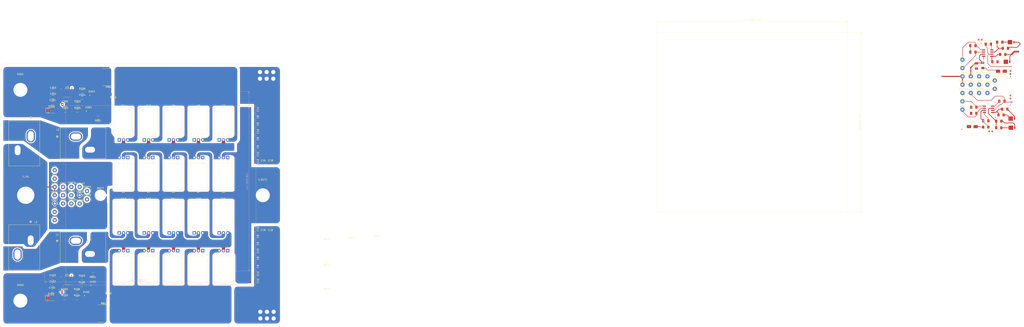
<source format=kicad_pcb>
(kicad_pcb (version 20221018) (generator pcbnew)
  (layers (0 "F.Cu" signal) (1 "In1.Cu" power) (2 "In2.Cu" signal) (31 "B.Cu" power) (34 "B.Paste" user) (35 "F.Paste" user) (36 "B.SilkS" user "B.Silkscreen") (37 "F.SilkS" user "F.Silkscreen") (38 "B.Mask" user) (39 "F.Mask" user) (44 "Edge.Cuts" user))
  (net 0 "")
  (net 1 "Vout")
  (net 2 "GND")
  (net 3 "Vin")
  (net 4 "/HO1")
  (net 5 "/LO1")
  (net 6 "/HO2")
  (net 7 "/LO2")
  (net 8 "Net-(U3-HO)")
  (net 9 "Net-(U3-LO)")
  (net 10 "/HL1")
  (net 11 "/LL1")
  (net 12 "/HL2")
  (net 13 "/LL2")
  (net 14 "/Rsense1")
  (net 15 "Net-(Q1-S)")
  (net 16 "Net-(Q10-S)")
  (net 17 "/12V")
  (net 18 "Net-(D300-K)")
  (net 19 "Net-(D400-K)")
  (net 20 "Net-(D300-A)")
  (net 21 "Net-(D400-A)")
  (net 22 "Net-(D301-K)")
  (net 23 "Net-(D302-K)")
  (net 24 "Net-(D401-K)")
  (net 25 "Net-(D402-K)")
  (net 26 "/Rsense2")
  (net 27 "Net-(U4-HO)")
  (net 28 "Net-(U4-LO)")
  (net 29 "Net-(RT1-Pad2)")
  (net 30 "Net-(RT2-Pad2)")
  (net 31 "Net-(RT3-Pad1)")
  (net 32 "Net-(RT5-Pad1)")
  (net 33 "Net-(RT4-Pad1)")
  (net 34 "Net-(RT6-Pad1)")
  (footprint "TestPoint:TestPoint_THTPad_D2.5mm_Drill1.2mm" (layer "F.Cu") (at 694.8 89.5)
    (fp_text reference "12V1")
    (fp_text value "MountingHole_Pad")
  )
  (footprint "Resistor_SMD:R_1206_3216Metric_Pad1.30x1.75mm_HandSolder" (layer "F.Cu") (at 160.895 215.1 180)
    (fp_text reference "R405")
    (fp_text value "2.2")
  )
  (footprint "Resistor_SMD:R_1206_3216Metric_Pad1.30x1.75mm_HandSolder" (layer "F.Cu") (at 150.545 222.995)
    (fp_text reference "R400")
    (fp_text value "49.9")
  )
  (footprint "Resistor_SMD:R_0603_1608Metric_Pad0.98x0.95mm_HandSolder" (layer "F.Cu") (at 718.6 87.1 -90)
    (fp_text reference "RT3")
    (fp_text value "36.5k")
  )
  (footprint "MountingHole:MountingHole_5.3mm_M5" (layer "F.Cu") (at 308.2 223.8)
    (fp_text reference "REF**")
    (fp_text value "MountingHole_5.3mm_M5")
  )
  (footprint "Capacitor_SMD:C_1206_3216Metric_Pad1.33x1.80mm_HandSolder" (layer "F.Cu") (at 143.33 214.695)
    (fp_text reference "C402")
    (fp_text value "33pF")
  )
  (footprint "Capacitor_SMD:C_1210_3225Metric_Pad1.33x2.70mm_HandSolder" (layer "F.Cu") (at 274.2 143.3 90)
    (fp_text reference "C18")
    (fp_text value "0.1uF")
  )
  (footprint "Capacitor_SMD:C_1210_3225Metric_Pad1.33x2.70mm_HandSolder" (layer "F.Cu") (at 263.5 122.6)
    (fp_text reference "C10")
    (fp_text value "10uF")
  )
  (footprint "TestPoint:TestPoint_THTPad_D2.5mm_Drill1.2mm" (layer "F.Cu") (at 154.6 161 90)
    (fp_text reference "TEMP4")
    (fp_text value "MountingHole_Pad")
  )
  (footprint "MountingHole:MountingHole_5.3mm_M5" (layer "F.Cu") (at 308.1 209.2)
    (fp_text reference "REF**")
    (fp_text value "MountingHole_5.3mm_M5")
  )
  (footprint "Resistor_SMD:R_1206_3216Metric_Pad1.30x1.75mm_HandSolder" (layer "F.Cu") (at 161.15 102.4 180)
    (fp_text reference "R304")
    (fp_text value "3.3")
  )
  (footprint "Capacitor_SMD:C_1210_3225Metric_Pad1.33x2.70mm_HandSolder" (layer "F.Cu") (at 263.5 190.1)
    (fp_text reference "C9")
    (fp_text value "10uF")
  )
  (footprint "Resistor_SMD:R_0603_1608Metric_Pad0.98x0.95mm_HandSolder" (layer "F.Cu") (at 706.8 122.6)
    (fp_text reference "RT5")
    (fp_text value "36.5k")
  )
  (footprint "Resistor_SMD:R_1206_3216Metric_Pad1.30x1.75mm_HandSolder" (layer "F.Cu") (at 712.95 112.7 180)
    (fp_text reference "R406")
    (fp_text value "2.2")
  )
  (footprint "SnapEDA Library:TO-220-3_Horizontal_TabDown edited pins" (layer "F.Cu") (at 203.5 138.3 180)
    (fp_text reference "Q2")
    (fp_text value "NMOS")
  )
  (footprint "Capacitor_SMD:C_1210_3225Metric_Pad1.33x2.70mm_HandSolder" (layer "F.Cu") (at 263.5 198.9)
    (fp_text reference "C8")
    (fp_text value "10uF")
  )
  (footprint "Capacitor_SMD:C_1206_3216Metric_Pad1.33x1.80mm_HandSolder" (layer "F.Cu") (at 703.8 116.2 180)
    (fp_text reference "C400")
    (fp_text value "22uF")
  )
  (footprint "SnapEDA Library:PSR500HTQFB0L10" (layer "F.Cu") (at 174.2 232.1 180)
    (fp_text reference "R802")
    (fp_text value "0.0001")
  )
  (footprint "Resistor_SMD:R_1206_3216Metric_Pad1.30x1.75mm_HandSolder" (layer "F.Cu") (at 161.15 98.6 180)
    (fp_text reference "R306")
    (fp_text value "2.2")
  )
  (footprint "TestPoint:TestPoint_THTPad_D2.5mm_Drill1.2mm" (layer "F.Cu") (at 159.6 166)
    (fp_text reference "Rsense2")
    (fp_text value "MountingHole_Pad")
  )
  (footprint "Capacitor_SMD:C_1210_3225Metric_Pad1.33x2.70mm_HandSolder" (layer "F.Cu") (at 263.5 109.4)
    (fp_text reference "C15")
    (fp_text value "10uF")
  )
  (footprint "Capacitor_SMD:C_1206_3216Metric_Pad1.33x1.80mm_HandSolder" (layer "F.Cu") (at 150.545 219.195 180)
    (fp_text reference "C400")
    (fp_text value "22uF")
  )
  (footprint "TestPoint:TestPoint_THTPad_D2.5mm_Drill1.2mm" (layer "F.Cu") (at 164 158.5 90)
    (fp_text reference "TEMP3")
    (fp_text value "MountingHole_Pad")
  )
  (footprint "TestPoint:TestPoint_THTPad_D2.5mm_Drill1.2mm" (layer "F.Cu") (at 149.6 166)
    (fp_text reference "Vout1")
    (fp_text value "MountingHole_Pad")
  )
  (footprint "MountingHole:MountingHole_3.2mm_M3" (layer "F.Cu") (at 717.3 94.5)
    (fp_text reference "REF**")
    (fp_text value "MountingHole_3.2mm_M3")
  )
  (footprint "SnapEDA Library:SOIC127P599X175-8N" (layer "F.Cu") (at 152.455 99.5)
    (fp_text reference "U3")
    (fp_text value "UCC27712DR")
  )
  (footprint "Capacitor_SMD:C_1210_3225Metric_Pad1.33x2.70mm_HandSolder" (layer "F.Cu") (at 263.5 208.2)
    (fp_text reference "C10")
    (fp_text value "10uF")
  )
  (footprint "Capacitor_SMD:C_1206_3216Metric_Pad1.33x1.80mm_HandSolder" (layer "F.Cu") (at 713.5 104.4)
    (fp_text reference "C401")
    (fp_text value "2.2uF")
  )
  (footprint "Resistor_SMD:R_0603_1608Metric_Pad0.98x0.95mm_HandSolder" (layer "F.Cu") (at 718.6 101.9 -90)
    (fp_text reference "RT6")
    (fp_text value "36.5k")
  )
  (footprint "Resistor_SMD:R_1206_3216Metric_Pad1.30x1.75mm_HandSolder" (layer "F.Cu") (at 179.7 100.3 180)
    (fp_text reference "R900")
    (fp_text value "1k")
  )
  (footprint "SnapEDA Library:TO-220-3_Horizontal_TabDown edited pins" (layer "F.Cu") (at 228.4 127.7)
    (fp_text reference "Q8")
    (fp_text value "NMOS")
  )
  (footprint "TestPoint:TestPoint_THTPad_D2.5mm_Drill1.2mm" (layer "F.Cu") (at 149.6 161)
    (fp_text reference "TEMP1")
    (fp_text value "MountingHole_Pad")
  )
  (footprint "TestPoint:TestPoint_THTPad_D2.5mm_Drill1.2mm" (layer "F.Cu") (at 144.6 166)
    (fp_text reference "GND2")
    (fp_text value "MountingHole_Pad")
  )
  (footprint "TestPoint:TestPoint_THTPad_D2.5mm_Drill1.2mm" (layer "F.Cu") (at 699.8 89.5 90)
    (fp_text reference "TEMP2")
    (fp_text value "MountingHole_Pad")
  )
  (footprint "Resistor_SMD:R_1206_3216Metric_Pad1.30x1.75mm_HandSolder" (layer "F.Cu") (at 158.25 106.2 180)
    (fp_text reference "R303")
    (fp_text value "3.3")
  )
  (footprint "TestPoint:TestPoint_THTPad_D2.5mm_Drill1.2mm" (layer "F.Cu") (at 159.6 161)
    (fp_text reference "GND3")
    (fp_text value "MountingHole_Pad")
  )
  (footprint "SnapEDA Library:TO-220-3_Horizontal_TabDown edited pins" (layer "F.Cu") (at 233.5 138.3 180)
    (fp_text reference "Q4")
    (fp_text value "NMOS")
  )
  (footprint "Capacitor_SMD:C_1210_3225Metric_Pad1.33x2.70mm_HandSolder" (layer "F.Cu") (at 269.8 143.3 90)
    (fp_text reference "C16")
    (fp_text value "0.1uF")
  )
  (footprint "SnapEDA Library:MBRM130LT1G" (layer "F.Cu") (at 167.544 216.05)
    (fp_text reference "D401")
    (fp_text value "MBRM130LT1G" hide)
  )
  (footprint "Diode_SMD:D_SMA" (layer "F.Cu") (at 695.7 119.7)
    (fp_text reference "D400")
    (fp_text value "BYG20J-E3/TR")
  )
  (footprint "Capacitor_SMD:C_1210_3225Metric_Pad1.33x2.70mm_HandSolder" (layer "F.Cu") (at 263.5 136.3)
    (fp_text reference "C10")
    (fp_text value "10uF")
  )
  (footprint "Capacitor_SMD:C_1206_3216Metric_Pad1.33x1.80mm_HandSolder" (layer "F.Cu") (at 705.3 70.1 180)
    (fp_text reference "C301")
    (fp_text value "2.2uF")
  )
  (footprint "Capacitor_SMD:C_1206_3216Metric_Pad1.33x1.80mm_HandSolder" (layer "F.Cu") (at 143.345 210.995)
    (fp_text reference "C403")
    (fp_text value "33pF")
  )
  (footprint "Resistor_SMD:R_1206_3216Metric_Pad1.30x1.75mm_HandSolder" (layer "F.Cu") (at 167.5 208.4)
    (fp_text reference "R801")
    (fp_text value "1k")
  )
  (footprint "TestPoint:TestPoint_THTPad_D2.5mm_Drill1.2mm" (layer "F.Cu") (at 144.6 156)
    (fp_text reference "V_IN2")
    (fp_text value "MountingHole_Pad")
  )
  (footprint "SnapEDA Library:TO-220-3_Horizontal_TabDown edited pins" (layer "F.Cu") (at 218.5 138.3 180)
    (fp_text reference "Q3")
    (fp_text value "NMOS")
  )
  (footprint "Capacitor_SMD:C_1206_3216Metric_Pad1.33x1.80mm_HandSolder" (layer "F.Cu") (at 143.4 105.6)
    (fp_text reference "C301")
    (fp_text value "2.2uF")
  )
  (footprint "TestPoint:TestPoint_THTPad_D2.5mm_Drill1.2mm" (layer "F.Cu") (at 144.6 146)
    (fp_text reference "LL1")
    (fp_text value "MountingHole_Pad")
  )
  (footprint "TestPoint:TestPoint_THTPad_D2.5mm_Drill1.2mm" (layer "F.Cu") (at 164 163.5 90)
    (fp_text reference "TEMP6")
    (fp_text value "MountingHole_Pad")
  )
  (footprint "SnapEDA Library:TO-220-3_Horizontal_TabDown edited pins" (layer "F.Cu") (at 203.5 194.3 180)
    (fp_text reference "Q21")
    (fp_text value "NMOS")
  )
  (footprint "SnapEDA Library:MBRM130LT1G" (layer "F.Cu") (at 718.149 115.85)
    (fp_text reference "D402")
    (fp_text value "MBRM130LT1G" hide)
  )
  (footprint "Resistor_SMD:R_1206_3216Metric_Pad1.30x1.75mm_HandSolder" (layer "F.Cu") (at 715.55 72.6 180)
    (fp_text reference "R301")
    (fp_text value "3.3")
  )
  (footprint "TestPoint:TestPoint_THTPad_D2.5mm_Drill1.2mm" (layer "F.Cu") (at 154.6 166 90)
    (fp_text reference "TEMP5")
    (fp_text value "MountingHole_Pad")
  )
  (footprint "SnapEDA Library:MBRM130LT1G" (layer "F.Cu") (at 717.749 69.85)
    (fp_text reference "D301")
    (fp_text value "MBRM130LT1G" hide)
  )
  (footprint "MountingHole:MountingHole_8.4mm_M8_Pad_TopBottom" (layer "F.Cu") (at 127.2 161)
    (fp_text reference "V_IN1")
    (fp_text value "MountingHole_Pad")
  )
  (footprint "TestPoint:TestPoint_THTPad_D2.5mm_Drill1.2mm" (layer "F.Cu") (at 689.8 99.5)
    (fp_text reference "GND2")
    (fp_text value "MountingHole_Pad")
  )
  (footprint "Capacitor_SMD:C_1210_3225Metric_Pad1.33x2.70mm_HandSolder" (layer "F.Cu") (at 263.5 127)
    (fp_text reference "C8")
    (fp_text value "10uF")
  )
  (footprint "TestPoint:TestPoint_THTPad_D2.5mm_Drill1.2mm" (layer "F.Cu") (at 149.6 156)
    (fp_text reference "12V1")
    (fp_text value "MountingHole_Pad")
  )
  (footprint "Capacitor_SMD:C_1210_3225Metric_Pad1.33x2.70mm_HandSolder" (layer "F.Cu") (at 263.5 181.3)
    (fp_text reference "C15")
    (fp_text value "10uF")
  )
  (footprint "MountingHole:MountingHole_3.2mm_M3" (layer "F.Cu") (at 338.7 189.9)
    (fp_text reference "REF**")
    (fp_text value "MountingHole_3.2mm_M3")
  )
  (footprint "SnapEDA Library:EDITED-IND_IHDM1107BBEVR47M20_VIS" (layer "F.Cu") (at 157.354901 125.700001)
    (fp_text reference "L2")
    (fp_text value "470nH")
  )
  (footprint "Capacitor_SMD:C_1206_3216Metric_Pad1.33x1.80mm_HandSolder" (layer "F.Cu") (at 698.2 83.2 90)
    (fp_text reference "C300")
    (fp_text value "22uF")
  )
  (footprint "Capacitor_SMD:C_1206_3216Metric_Pad1.33x1.80mm_HandSolder" (layer "F.Cu") (at 696.0875 74.9)
    (fp_text reference "C302")
    (fp_text value "33pF")
  )
  (footprint "SnapEDA Library:TO-220-3_Horizontal_TabDown edited pins" (layer "F.Cu") (at 198.4 127.7)
    (fp_text reference "Q10")
    (fp_text value "NMOS")
  )
  (footprint "Capacitor_SMD:C_1210_3225Metric_Pad1.33x2.70mm_HandSolder" (layer "F.Cu") (at 263.5 185.7)
    (fp_text reference "C8")
    (fp_text value "10uF")
  )
  (footprint "Capacitor_SMD:C_1210_3225Metric_Pad1.33x2.70mm_HandSolder" (layer "F.Cu") (at 263.5 113.8)
    (fp_text reference "C8")
    (fp_text value "10uF")
  )
  (footprint "Capacitor_SMD:C_1210_3225Metric_Pad1.33x2.70mm_HandSolder" (layer "F.Cu") (at 263.5 212.6)
    (fp_text reference "C10")
    (fp_text value "10uF")
  )
  (footprint "Capacitor_SMD:C_1206_3216Metric_Pad1.33x1.80mm_HandSolder" (layer "F.Cu") (at 143.6 98.195)
    (fp_text reference "C303")
    (fp_text value "33pF")
  )
  (footprint "SnapEDA Library:TO-220-3_Horizontal_TabDown edited pins" (layer "F.Cu") (at 248.5 194.3 180)
    (fp_text reference "Q18")
    (fp_text value "NMOS")
  )
  (footprint "Resistor_SMD:R_1206_3216Metric_Pad1.30x1.75mm_HandSolder" (layer "F.Cu") (at 712.2 68.9 180)
    (fp_text reference "R305")
    (fp_text value "2.2")
  )
  (footprint "TestPoint:TestPoint_THTPad_D2.5mm_Drill1.2mm" (layer "F.Cu") (at 159.6 156)
    (fp_text reference "Rsense1")
    (fp_text value "MountingHole_Pad")
  )
  (footprint "TestPoint:TestPoint_THTPad_D2.5mm_Drill1.2mm" (layer "F.Cu") (at 689.8 84.5)
    (fp_text reference "HL1")
    (fp_text value "MountingHole_Pad")
  )
  (footprint "SnapEDA Library:TO-220-3_Horizontal_TabDown edited pins" (layer "F.Cu") (at 248.5 138.3 180)
    (fp_text reference "Q5")
    (fp_text value "NMOS")
  )
  (footprint "TestPoint:TestPoint_THTPad_D2.5mm_Drill1.2mm" (layer "F.Cu") (at 704.8 94.5)
    (fp_text reference "GND3")
    (fp_text value "MountingHole_Pad")
  )
  (footprint "MountingHole:MountingHole_8.4mm_M8_Pad_TopBottom" (layer "F.Cu") (at 124 97.6)
    (fp_text reference "GND1")
    (fp_text value "MountingHole_Pad")
  )
  (footprint "SnapEDA Library:TO-220-3_Horizontal_TabDown edited pins" (layer "F.Cu") (at 243.4 183.7)
    (fp_text reference "Q16")
    (fp_text value "NMOS")
  )
  (footprint "MountingHole:MountingHole_3.2mm_M3" (layer "F.Cu") (at 323.4 190.9)
    (fp_text reference "REF**")
    (fp_text value "MountingHole_3.2mm_M3")
  )
  (footprint "TestPoint:TestPoint_THTPad_D2.5mm_Drill1.2mm" (layer "F.Cu") (at 689.8 104.5)
    (fp_text reference "LL2")
    (fp_text value "MountingHole_Pad")
  )
  (footprint "Capacitor_SMD:C_1206_3216Metric_Pad1.33x1.80mm_HandSolder" (layer "F.Cu") (at 150.8 106.395 180)
    (fp_text reference "C300")
    (fp_text value "22uF")
  )
  (footprint "MountingHole:MountingHole_3.2mm_M3" (layer "F.Cu") (at 172.1 161)
    (fp_text reference "REF**")
    (fp_text value "MountingHole_3.2mm_M3")
  )
  (footprint "SnapEDA Library:MBRM130LT1G" (layer "F.Cu") (at 163.814 222.15)
    (fp_text reference "D402")
    (fp_text value "MBRM130LT1G" hide)
  )
  (footprint "SnapEDA Library:MBRM130LT1G" (layer "F.Cu") (at 718.249 121.35)
    (fp_text reference "D401")
    (fp_text value "MBRM130LT1G" hide)
  )
  (footprint "Diode_SMD:D_SMA" (layer "F.Cu") (at 142.445 222.8)
    (fp_text reference "D400")
    (fp_text value "BYG20J-E3/TR")
  )
  (footprint "TestPoint:TestPoint_THTPad_D2.5mm_Drill1.2mm" (layer "F.Cu") (at 144.6 176)
    (fp_text reference "HL2")
    (fp_text value "MountingHole_Pad")
  )
  (footprint "TestPoint:TestPoint_THTPad_D2.5mm_Drill1.2mm" (layer "F.Cu") (at 689.8 79.5)
    (fp_text reference "LL1")
    (fp_text value "MountingHole_Pad")
  )
  (footprint "Capacitor_SMD:C_1210_3225Metric_Pad1.33x2.70mm_HandSolder" (layer "F.Cu") (at 263.5 131.9)
    (fp_text reference "C9")
    (fp_text value "10uF")
  )
  (footprint "Capacitor_SMD:C_1210_3225Metric_Pad1.33x2.70mm_HandSolder" (layer "F.Cu") (at 274.2 178.7 -90)
    (fp_text reference "C16")
    (fp_text value "0.1uF")
  )
  (footprint "TestPoint:TestPoint_THTPad_D2.5mm_Drill1.2mm" (layer "F.Cu") (at 694.8 94.5)
    (fp_text reference "TEMP1")
    (fp_text value "MountingHole_Pad")
  )
  (footprint "Resistor_SMD:R_1206_3216Metric_Pad1.30x1.75mm_HandSolder" (layer "F.Cu") (at 702 82.9 90)
    (fp_text reference "R300")
    (fp_text value "49.9")
  )
  (footprint "Resistor_SMD:R_0603_1608Metric_Pad0.98x0.95mm_HandSolder" (layer "F.Cu") (at 700.4 67.4 180)
    (fp_text reference "RT2")
    (fp_text value "36.5k")
  )
  (footprint "SnapEDA Library:MBRM130LT1G" (layer "F.Cu") (at 715.249 81.65)
    (fp_text reference "D302")
    (fp_text value "MBRM130LT1G" hide)
  )
  (footprint "TestPoint:TestPoint_THTPad_D2.5mm_Drill1.2mm" (layer "F.Cu") (at 154.6 156 90)
    (fp_text reference "TEMP2")
    (fp_text value "MountingHole_Pad")
  )
  (footprint "SnapEDA Library:EDITED-IND_IHDM1107BBEVR47M20_VIS" (layer "F.Cu") (at 130.172447 188.137352 -90)
    (fp_text reference "L3")
    (fp_text value "470nH")
  )
  (footprint "Resistor_SMD:R_1206_3216Metric_Pad1.30x1.75mm_HandSolder" (layer "F.Cu") (at 158.25 110.2 180)
    (fp_text reference "R305")
    (fp_text value "2.2")
  )
  (footprint "TestPoint:TestPoint_THTPad_D2.5mm_Drill1.2mm" (layer "F.Cu") (at 709.2 92 90)
    (fp_text reference "TEMP3")
    (fp_text value "MountingHole_Pad")
  )
  (footprint "TestPoint:TestPoint_THTPad_D2.5mm_Drill1.2mm" (layer "F.Cu") (at 144.6 151)
    (fp_text reference "HL1")
    (fp_text value "MountingHole_Pad")
  )
  (footprint "MountingHole:MountingHole_8.4mm_M8_Pad_TopBottom" (layer "F.Cu") (at 269.6 161)
    (fp_text reference "V_OUT1")
    (fp_text value "MountingHole_Pad")
  )
  (footprint "TestPoint:TestPoint_THTPad_D2.5mm_Drill1.2mm" (layer "F.Cu") (at 709.2 97 90)
    (fp_text reference "TEMP6")
    (fp_text value "MountingHole_Pad")
  )
  (footprint "TestPoint:TestPoint_THTPad_D2.5mm_Drill1.2mm" (layer "F.Cu") (at 689.8 109.5)
    (fp_text reference "HL2")
    (fp_text value "MountingHole_Pad")
  )
  (footprint "SnapEDA Library:TO-220-3_Horizontal_TabDown edited pins" (layer "F.Cu") (at 243.4 127.7)
    (fp_text reference "Q7")
    (fp_text value "NMOS")
  )
  (footprint "Diode_SMD:D_SMA" (layer "F.Cu") (at 713.2 86.4 180)
    (fp_text reference "D300")
    (fp_text value "BYG20J-E3/TR")
  )
  (footprint "Resistor_SMD:R_1206_3216Metric_Pad1.30x1.75mm_HandSolder" (layer "F.Cu") (at 157.945 219.2 180)
    (fp_text reference "R406")
    (fp_text value "2.2")
  )
  (footprint "TestPoint:TestPoint_THTPad_D2.5mm_Drill1.2mm" (layer "F.Cu") (at 144.6 171)
    (fp_text reference "LL2")
    (fp_text value "MountingHole_Pad")
  )
  (footprint "SnapEDA Library:TO-220-3_Horizontal_TabDown edited pins" (layer "F.Cu") (at 213.4 183.7)
    (fp_text reference "Q14")
    (fp_text value "NMOS")
  )
  (footprint "SnapEDA Library:TO-220-3_Horizontal_TabDown edited pins" (layer "F.Cu") (at 218.5 194.3 180)
    (fp_text reference "Q20")
    (fp_text value "NMOS")
  )
  (footprint "SnapEDA Library:TO-220-3_Horizontal_TabDown edited pins" (layer "F.Cu") (at 198.4 183.7)
    (fp_text reference "Q13")
    (fp_text value "NMOS")
  )
  (footprint "SnapEDA Library:TO-220-3_Horizontal_TabDown edited pins" (layer "F.Cu") (at 183.4 127.7)
    (fp_text reference "Q11")
    (fp_text value "NMOS")
  )
  (footprint "TestPoint:TestPoint_THTPad_D2.5mm_Drill1.2mm" (layer "F.Cu") (at 704.8 89.5)
    (fp_text reference "Rsense1")
    (fp_text value "MountingHole_Pad")
  )
  (footprint "TestPoint:TestPoint_THTPad_D2.5mm_Drill1.2mm" (layer "F.Cu") (at 689.8 94.5)
    (fp_text reference "Vcap1")
    (fp_text value "MountingHole_Pad")
  )
  (footprint "TestPoint:TestPoint_THTPad_D2.5mm_Drill1.2mm" (layer "F.Cu") (at 704.8 99.5)
    (fp_text reference "Rsense2")
    (fp_text value "MountingHole_Pad")
  )
  (footprint "Resistor_SMD:R_1206_3216Metric_Pad1.30x1.75mm_HandSolder" (layer "F.Cu") (at 176.8 221.7 180)
    (fp_text reference "R800")
    (fp_text value "1k")
  )
  (footprint "SnapEDA Library:SOIC127P599X175-8N" (layer "F.Cu") (at 704.955 75.5)
    (fp_text reference "U3")
    (fp_text value "UCC27712DR")
  )
  (footprint "SnapEDA Library:TO-220-3_Horizontal_TabDown edited pins" (layer "F.Cu") (at 183.4 183.7)
    (fp_text reference "Q12")
    (fp_text value "NMOS")
  )
  (footprint "TestPoint:TestPoint_THTPad_D2.5mm_Drill1.2mm" (layer "F.Cu") (at 144.6 161)
    (fp_text reference "Vcap1")
    (fp_text value "MountingHole_Pad")
  )
  (footprint "SnapEDA Library:PSR500HTQFB0L10" (layer "F.Cu") (at 177.1 89.9 180)
    (fp_text reference "R902")
    (fp_text value "0.0001")
  )
  (footprint "Resistor_SMD:R_1206_3216Metric_Pad1.30x1.75mm_HandSolder" (layer "F.Cu") (at 157.945 223 180)
    (fp_text reference "R404")
    (fp_text value "3.3")
  )
  (footprint "Resistor_SMD:R_1206_3216Metric_Pad1.30x1.75mm_HandSolder" (layer "F.Cu") (at 714 76.3 180)
    (fp_text reference "R302")
    (fp_text value "3.3")
  )
  (footprint "Resistor_SMD:R_1206_3216Metric_Pad1.30x1.75mm_HandSolder" (layer "F.Cu") (at 160.895 211.1 180)
    (fp_text reference "R403")
    (fp_text value "3.3")
  )
  (footprint "SnapEDA Library:SOIC127P599X175-8N" (layer "F.Cu") (at 152.2 212.3)
    (fp_text reference "U4")
    (fp_text value "UCC27712DR")
  )
  (footprint "SnapEDA Library:TO-220-3_Horizontal_TabDown edited pins" (layer "F.Cu") (at 213.4 127.7)
    (fp_text reference "Q9")
    (fp_text value "NMOS")
  )
  (footprint "Capacitor_SMD:C_1206_3216Metric_Pad1.33x1.80mm_HandSolder" (layer "F.Cu") (at 143.585 101.895)
    (fp_text reference "C302")
    (fp_text value "33pF")
  )
  (footprint "Capacitor_SMD:C_1210_3225Metric_Pad1.33x2.70mm_HandSolder" (layer "F.Cu") (at 263.5 203.8)
    (fp_text reference "C9")
    (fp_text value "10uF")
  )
  (footprint "TestPoint:TestPoint_THTPad_D2.5mm_Drill1.2mm" (layer "F.Cu") (at 699.8 94.5 90)
    (fp_text reference "TEMP4")
    (fp_text value "MountingHole_Pad")
  )
  (footprint "Resistor_SMD:R_1206_3216Metric_Pad1.30x1.75mm_HandSolder" (layer "F.Cu") (at 703.8 120)
    (fp_text reference "R400")
    (fp_text value "49.9")
  )
  (footprint "Capacitor_SMD:C_1206_3216Metric_Pad1.33x1.80mm_HandSolder" (layer "F.Cu") (at 696.0875 71)
    (fp_text reference "C303")
    (fp_text value "33pF")
  )
  (footprint "Resistor_SMD:R_1206_3216Metric_Pad1.30x1.75mm_HandSolder" (layer "F.Cu") (at 711.6 116.4 180)
    (fp_text reference "R403")
    (fp_text value "3.3")
  )
  (footprint "Capacitor_SMD:C_1210_3225Metric_Pad1.33x2.70mm_HandSolder" (layer "F.Cu") (at 263.5 118.2)
    (fp_text reference "C9")
    (fp_text value "10uF")
  )
  (footprint "SnapEDA Library:TO-220-3_Horizontal_TabDown edited pins" (layer "F.Cu") (at 188.5 194.3 180)
    (fp_text reference "Q22")
    (fp_text value "NMOS")
  )
  (footprint "Capacitor_SMD:C_1210_3225Metric_Pad1.33x2.70mm_HandSolder" (layer "F.Cu") (at 269.8 178.7 -90)
    (fp_text reference "C18")
    (fp_text value "0.1uF")
  )
  (footprint "MountingHole:MountingHole_5.3mm_M5" (layer "F.Cu") (at 308.3 193.9)
    (fp_text reference "REF**")
    (fp_text value "MountingHole_5.3mm_M5")
  )
  (footprint "Capacitor_SMD:C_1206_3216Metric_Pad1.33x1.80mm_HandSolder" (layer "F.Cu") (at 696.6 108)
    (fp_text reference "C403")
    (fp_text value "33pF")
  )
  (footprint "SnapEDA Library:MBRM130LT1G" (layer "F.Cu") (at 164.899 111.15)
    (fp_text reference "D301")
    (fp_text value "MBRM130LT1G" hide)
  )
  (footprint "Diode_SMD:D_SMA" (layer "F.Cu") (at 142.7 110)
    (fp_text reference "D300")
    (fp_text value "BYG20J-E3/TR")
  )
  (footprint "Resistor_SMD:R_1206_3216Metric_Pad1.30x1.75mm_HandSolder" (layer "F.Cu") (at 715.2 109.2 180)
    (fp_text reference "R404")
    (fp_text value "3.3")
  )
  (footprint "SnapEDA Library:EDITED-IND_IHDM1107BBEVR47M20_VIS" (layer "F.Cu") (at 130.227348 125.437353 -90)
    (fp_text reference "L1")
    (fp_text value "470nH")
  )
  (footprint "MountingHole:MountingHole_8.4mm_M8_Pad_TopBottom" (layer "F.Cu") (at 124 224.4)
    (fp_text reference "GND2")
    (fp_text value "MountingHole_Pad")
  )
  (footprint "Resistor_SMD:R_1206_3216Metric_Pad1.30x1.75mm_HandSolder" (layer "F.Cu") (at 150.8 110.195)
    (fp_text reference "R300")
    (fp_text value "49.9")
  )
  (footprint "SnapEDA Library:TO-220-3_Horizontal_TabDown edited pins" (layer "F.Cu") (at 188.5 138.3 180)
    (fp_text reference "Q1")
    (fp_text value "NMOS")
  )
  (footprint "Resistor_SMD:R_1206_3216Metric_Pad1.30x1.75mm_HandSolder" (layer "F.Cu") (at 711.6 120.4 180)
    (fp_text reference "R405")
    (fp_text value "2.2")
  )
  (footprint "Capacitor_SMD:C_1210_3225Metric_Pad1.33x2.70mm_HandSolder" (layer "F.Cu") (at 263.5 140.7)
    (fp_text reference "C10")
    (fp_text value "10uF")
  )
  (footprint "Capacitor_SMD:C_1206_3216Metric_Pad1.33x1.80mm_HandSolder" (layer "F.Cu") (at 143.145 218.4)
    (fp_text reference "C401")
    (fp_text value "2.2uF")
  )
  (footprint "SnapEDA Library:EDITED-IND_IHDM1107BBEVR47M20_VIS" (layer "F.Cu") (at 157.3 188.4)
    (fp_text reference "L4")
    (fp_text value "470nH")
  )
  (footprint "Resistor_SMD:R_1206_3216Metric_Pad1.30x1.75mm_HandSolder" (layer "F.Cu") (at 709.3 80.7 180)
    (fp_text reference "R306")
    (fp_text value "2.2")
  )
  (footprint "SnapEDA Library:TO-220-3_Horizontal_TabDown edited pins" (layer "F.Cu") (at 233.5 194.3 180)
    (fp_text reference "Q19")
    (fp_text value "NMOS")
  )
  (footprint "TestPoint:TestPoint_THTPad_D2.5mm_Drill1.2mm" (layer "F.Cu") (at 699.8 99.5 90)
    (fp_text reference "TEMP5")
    (fp_text value "MountingHole_Pad")
  )
  (footprint "SnapEDA Library:TO-220-3_Horizontal_TabDown edited pins" (layer "F.Cu") (at 228.4 183.7)
    (fp_text reference "Q15")
    (fp_text value "NMOS")
  )
  (footprint "SnapEDA Library:SOIC127P599X175-8N" (layer "F.Cu") (at 705.455 109.305)
    (fp_text reference "U4")
    (fp_text value "UCC27712DR")
  )
  (footprint "TestPoint:TestPoint_THTPad_D2.5mm_Drill1.2mm" (layer "F.Cu") (at 694.8 99.5)
    (fp_text reference "Vout1")
    (fp_text value "MountingHole_Pad")
  )
  (footprint "SnapEDA Library:MBRM130LT1G" (layer "F.Cu") (at 167.019 101.55)
    (fp_text reference "D302")
    (fp_text value "MBRM130LT1G" hide)
  )
  (footprint "Capacitor_SMD:C_1206_3216Metric_Pad1.33x1.80mm_HandSolder" (layer "F.Cu") (at 696.585 111.7)
    (fp_text reference "C402")
    (fp_text value "33pF")
  )
  (footprint "Capacitor_SMD:C_1210_3225Metric_Pad1.33x2.70mm_HandSolder" (layer "F.Cu") (at 263.5 194.5)
    (fp_text reference "C10")
    (fp_text value "10uF")
  )
  (footprint "TestPoint:TestPoint_THTPad_D2.5mm_Drill1.2mm" (layer "F.Cu") (at 689.8 89.5)
    (fp_text reference "V_IN2")
    (fp_text value "MountingHole_Pad")
  )
  (footprint "Resistor_SMD:R_1206_3216Metric_Pad1.30x1.75mm_HandSolder" (layer "F.Cu") (at 170.7 114.3 180)
    (fp_text reference "R901")
    (fp_text value "1k")
  )
  (gr_line (start 151.185714 215) (end 265.485714 215) (stroke (width 0.1)) (layer "B.SilkS"))
  (gr_line (start 151.185714 215) (end 151.185714 107) (stroke (width 0.1)) (layer "B.SilkS"))
  (gr_line (start 265.485714 215) (end 265.485714 107) (stroke (width 0.1)) (layer "B.SilkS"))
  (gr_line (start 151.185714 107) (end 265.485714 107) (stroke (width 0.1)) (layer "B.SilkS"))
  (gr_line (start 506.5 63) (end 506.5 171) (stroke (width 0.1)) (layer "F.SilkS"))
  (gr_line (start 506.5 171) (end 620.8 171) (stroke (width 0.1)) (layer "F.SilkS"))
  (gr_line (start 620.8 63) (end 620.8 171) (stroke (width 0.1)) (layer "F.SilkS"))
  (gr_line (start 506.5 63) (end 620.8 63) (stroke (width 0.1)) (layer "F.SilkS"))
  (gr_line (start 194.7 179.89675) (end 194.7 164.5) (stroke (width 0.05)) (layer "Edge.Cuts"))
  (gr_line (start 211.7 125.89675) (end 220.2 125.89675) (stroke (width 0.05)) (layer "Edge.Cuts"))
  (gr_arc (start 210.7 158.5) (mid 209.992905 158.207095) (end 209.7 157.5) (stroke (width 0.05)) (layer "Edge.Cuts"))
  (gr_line (start 281.8 238.1) (end 281.8 172.7) (stroke (width 0.05)) (layer "Edge.Cuts"))
  (gr_line (start 206.2 158.5) (end 195.7 158.5) (stroke (width 0.05)) (layer "Edge.Cuts"))
  (gr_line (start 279.8 81.9) (end 113.8 81.9) (stroke (width 0.05)) (layer "Edge.Cuts"))
  (gr_arc (start 222.2 157.5) (mid 221.90713 158.20713) (end 221.2 158.5) (stroke (width 0.05)) (layer "Edge.Cuts"))
  (gr_arc (start 222.2 214) (mid 221.907131 214.707131) (end 221.2 215) (stroke (width 0.05)) (layer "Edge.Cuts"))
  (gr_line (start 240.7 107.5) (end 251.2 107.5) (stroke (width 0.05)) (layer "Edge.Cuts"))
  (gr_arc (start 224.7 164.5) (mid 224.992869 163.792869) (end 225.7 163.5) (stroke (width 0.05)) (layer "Edge.Cuts"))
  (gr_arc (start 111.8 83.9) (mid 112.385786 82.485786) (end 113.8 81.9) (stroke (width 0.05)) (layer "Edge.Cuts"))
  (gr_line (start 240.7 163.5) (end 251.2 163.5) (stroke (width 0.05)) (layer "Edge.Cuts"))
  (gr_arc (start 237.2 214) (mid 236.907131 214.707131) (end 236.2 215) (stroke (width 0.05)) (layer "Edge.Cuts"))
  (gr_arc (start 226.7 181.89675) (mid 225.285796 181.310954) (end 224.7 179.89675) (stroke (width 0.05)) (layer "Edge.Cuts"))
  (gr_line (start 241.7 125.89675) (end 250.2 125.89675) (stroke (width 0.05)) (layer "Edge.Cuts"))
  (gr_line (start 207.2 198.10325) (end 207.2 214) (stroke (width 0.05)) (layer "Edge.Cuts"))
  (gr_arc (start 221.2 163.5) (mid 221.907095 163.792905) (end 222.2 164.5) (stroke (width 0.05)) (layer "Edge.Cuts"))
  (gr_line (start 220.2 140.10325) (end 211.7 140.10325) (stroke (width 0.05)) (layer "Edge.Cuts"))
  (gr_arc (start 207.2 179.89675) (mid 206.614238 181.310988) (end 205.2 181.89675) (stroke (width 0.05)) (layer "Edge.Cuts"))
  (gr_line (start 224.7 198.10325) (end 224.7 214) (stroke (width 0.05)) (layer "Edge.Cuts"))
  (gr_arc (start 179.7 142.10325) (mid 180.285762 140.689012) (end 181.7 140.10325) (stroke (width 0.05)) (layer "Edge.Cuts"))
  (gr_line (start 205.2 196.10325) (end 196.7 196.10325) (stroke (width 0.05)) (layer "Edge.Cuts"))
  (gr_line (start 224.7 142.10325) (end 224.7 157.5) (stroke (width 0.05)) (layer "Edge.Cuts"))
  (gr_line (start 210.7 163.5) (end 221.2 163.5) (stroke (width 0.05)) (layer "Edge.Cuts"))
  (gr_arc (start 239.7 164.5) (mid 239.992869 163.792869) (end 240.7 163.5) (stroke (width 0.05)) (layer "Edge.Cuts"))
  (gr_arc (start 236.2 107.5) (mid 236.907107 107.792893) (end 237.2 108.5) (stroke (width 0.05)) (layer "Edge.Cuts"))
  (gr_line (start 181.7 181.89675) (end 190.2 181.89675) (stroke (width 0.05)) (layer "Edge.Cuts"))
  (gr_arc (start 207.2 157.5) (mid 206.90713 158.20713) (end 206.2 158.5) (stroke (width 0.05)) (layer "Edge.Cuts"))
  (gr_line (start 281.8 149.3) (end 281.8 172.7) (stroke (width 0.05)) (layer "Edge.Cuts"))
  (gr_line (start 241.7 181.89675) (end 250.2 181.89675) (stroke (width 0.05)) (layer "Edge.Cuts"))
  (gr_arc (start 239.7 142.10325) (mid 240.285762 140.689012) (end 241.7 140.10325) (stroke (width 0.05)) (layer "Edge.Cuts"))
  (gr_arc (start 222.2 123.89675) (mid 221.614218 125.310968) (end 220.2 125.89675) (stroke (width 0.05)) (layer "Edge.Cuts"))
  (gr_arc (start 224.7 108.5) (mid 224.992864 107.792864) (end 225.7 107.5) (stroke (width 0.05)) (layer "Edge.Cuts"))
  (gr_arc (start 179.7 108.5) (mid 179.992864 107.792864) (end 180.7 107.5) (stroke (width 0.05)) (layer "Edge.Cuts"))
  (gr_line (start 209.7 123.89675) (end 209.7 108.5) (stroke (width 0.05)) (layer "Edge.Cuts"))
  (gr_arc (start 191.2 107.5) (mid 191.907107 107.792893) (end 192.2 108.5) (stroke (width 0.05)) (layer "Edge.Cuts"))
  (gr_line (start 207.2 142.10325) (end 207.2 157.5) (stroke (width 0.05)) (layer "Edge.Cuts"))
  (gr_line (start 252.2 142.10325) (end 252.2 157.5) (stroke (width 0.05)) (layer "Edge.Cuts"))
  (gr_line (start 237.2 198.10325) (end 237.2 214) (stroke (width 0.05)) (layer "Edge.Cuts"))
  (gr_line (start 239.7 179.89675) (end 239.7 164.5) (stroke (width 0.05)) (layer "Edge.Cuts"))
  (gr_arc (start 181.7 181.89675) (mid 180.285796 181.310954) (end 179.7 179.89675) (stroke (width 0.05)) (layer "Edge.Cuts"))
  (gr_line (start 220.2 196.10325) (end 211.7 196.10325) (stroke (width 0.05)) (layer "Edge.Cuts"))
  (gr_line (start 192.2 198.10325) (end 192.2 214) (stroke (width 0.05)) (layer "Edge.Cuts"))
  (gr_line (start 180.7 163.5) (end 191.2 163.5) (stroke (width 0.05)) (layer "Edge.Cuts"))
  (gr_arc (start 237.2 157.5) (mid 236.90713 158.20713) (end 236.2 158.5) (stroke (width 0.05)) (layer "Edge.Cuts"))
  (gr_line (start 209.7 142.10325) (end 209.7 157.5) (stroke (width 0.05)) (layer "Edge.Cuts"))
  (gr_arc (start 209.7 164.5) (mid 209.992869 163.792869) (end 210.7 163.5) (stroke (width 0.05)) (layer "Edge.Cuts"))
  (gr_line (start 192.2 179.89675) (end 192.2 164.5) (stroke (width 0.05)) (layer "Edge.Cuts"))
  (gr_line (start 250.2 140.10325) (end 241.7 140.10325) (stroke (width 0.05)) (layer "Edge.Cuts"))
  (gr_arc (start 207.2 214) (mid 206.907131 214.707131) (end 206.2 215) (stroke (width 0.05)) (layer "Edge.Cuts"))
  (gr_line (start 237.2 142.10325) (end 237.2 157.5) (stroke (width 0.05)) (layer "Edge.Cuts"))
  (gr_line (start 195.7 163.5) (end 206.2 163.5) (stroke (width 0.05)) (layer "Edge.Cuts"))
  (gr_arc (start 225.7 158.5) (mid 224.992905 158.207095) (end 224.7 157.5) (stroke (width 0.05)) (layer "Edge.Cuts"))
  (gr_arc (start 179.7 198.10325) (mid 180.285762 196.689012) (end 181.7 196.10325) (stroke (width 0.05)) (layer "Edge.Cuts"))
  (gr_arc (start 210.7 215) (mid 209.992905 214.707095) (end 209.7 214) (stroke (width 0.05)) (layer "Edge.Cuts"))
  (gr_line (start 207.2 179.89675) (end 207.2 164.5) (stroke (width 0.05)) (layer "Edge.Cuts"))
  (gr_line (start 190.2 196.10325) (end 181.7 196.10325) (stroke (width 0.05)) (layer "Edge.Cuts"))
  (gr_line (start 113.8 240.1) (end 279.8 240.1) (stroke (width 0.05)) (layer "Edge.Cuts"))
  (gr_line (start 281.8 83.9) (end 281.8 149.3) (stroke (width 0.05)) (layer "Edge.Cuts"))
  (gr_line (start 221.2 158.5) (end 210.7 158.5) (stroke (width 0.05)) (layer "Edge.Cuts"))
  (gr_arc (start 250.2 196.10325) (mid 251.614204 196.689046) (end 252.2 198.10325) (stroke (width 0.05)) (layer "Edge.Cuts"))
  (gr_arc (start 205.2 196.10325) (mid 206.614204 196.689046) (end 207.2 198.10325) (stroke (width 0.05)) (layer "Edge.Cuts"))
  (gr_arc (start 181.7 125.89675) (mid 180.285776 125.310974) (end 179.7 123.89675) (stroke (width 0.05)) (layer "Edge.Cuts"))
  (gr_arc (start 209.7 198.10325) (mid 210.285762 196.689012) (end 211.7 196.10325) (stroke (width 0.05)) (layer "Edge.Cuts"))
  (gr_line (start 179.7 142.10325) (end 179.7 157.5) (stroke (width 0.05)) (layer "Edge.Cuts"))
  (gr_arc (start 194.7 164.5) (mid 194.992869 163.792869) (end 195.7 163.5) (stroke (width 0.05)) (layer "Edge.Cuts"))
  (gr_line (start 209.7 179.89675) (end 209.7 164.5) (stroke (width 0.05)) (layer "Edge.Cuts"))
  (gr_arc (start 239.7 198.10325) (mid 240.285762 196.689012) (end 241.7 196.10325) (stroke (width 0.05)) (layer "Edge.Cuts"))
  (gr_line (start 205.2 140.10325) (end 196.7 140.10325) (stroke (width 0.05)) (layer "Edge.Cuts"))
  (gr_arc (start 196.7 125.89675) (mid 195.285776 125.310974) (end 194.7 123.89675) (stroke (width 0.05)) (layer "Edge.Cuts"))
  (gr_line (start 237.2 179.89675) (end 237.2 164.5) (stroke (width 0.05)) (layer "Edge.Cuts"))
  (gr_arc (start 241.7 181.89675) (mid 240.285796 181.310954) (end 239.7 179.89675) (stroke (width 0.05)) (layer "Edge.Cuts"))
  (gr_arc (start 281.8 238.1) (mid 281.214214 239.514214) (end 279.8 240.1) (stroke (width 0.05)) (layer "Edge.Cuts"))
  (gr_arc (start 224.7 142.10325) (mid 225.285762 140.689012) (end 226.7 140.10325) (stroke (width 0.05)) (layer "Edge.Cuts"))
  (gr_line (start 191.2 158.5) (end 180.7 158.5) (stroke (width 0.05)) (layer "Edge.Cuts"))
  (gr_line (start 210.7 107.5) (end 221.2 107.5) (stroke (width 0.05)) (layer "Edge.Cuts"))
  (gr_line (start 190.2 140.10325) (end 181.7 140.10325) (stroke (width 0.05)) (layer "Edge.Cuts"))
  (gr_arc (start 192.2 179.89675) (mid 191.614238 181.310988) (end 190.2 181.89675) (stroke (width 0.05)) (layer "Edge.Cuts"))
  (gr_line (start 225.7 107.5) (end 236.2 107.5) (stroke (width 0.05)) (layer "Edge.Cuts"))
  (gr_arc (start 194.7 142.10325) (mid 195.285762 140.689012) (end 196.7 140.10325) (stroke (width 0.05)) (layer "Edge.Cuts"))
  (gr_arc (start 195.7 215) (mid 194.992905 214.707095) (end 194.7 214) (stroke (width 0.05)) (layer "Edge.Cuts"))
  (gr_arc (start 192.2 157.5) (mid 191.90713 158.20713) (end 191.2 158.5) (stroke (width 0.05)) (layer "Edge.Cuts"))
  (gr_line (start 192.2 123.89675) (end 192.2 108.5) (stroke (width 0.05)) (layer "Edge.Cuts"))
  (gr_arc (start 195.7 158.5) (mid 194.992905 158.207095) (end 194.7 157.5) (stroke (width 0.05)) (layer "Edge.Cuts"))
  (gr_arc (start 225.7 215) (mid 224.992905 214.707095) (end 224.7 214) (stroke (width 0.05)) (layer "Edge.Cuts"))
  (gr_line (start 224.7 179.89675) (end 224.7 164.5) (stroke (width 0.05)) (layer "Edge.Cuts"))
  (gr_line (start 196.7 125.89675) (end 205.2 125.89675) (stroke (width 0.05)) (layer "Edge.Cuts"))
  (gr_line (start 251.2 215) (end 240.7 215) (stroke (width 0.05)) (layer "Edge.Cuts"))
  (gr_arc (start 236.2 163.5) (mid 236.907095 163.792905) (end 237.2 164.5) (stroke (width 0.05)) (layer "Edge.Cuts"))
  (gr_line (start 211.7 181.89675) (end 220.2 181.89675) (stroke (width 0.05)) (layer "Edge.Cuts"))
  (gr_arc (start 220.2 196.10325) (mid 221.614204 196.689046) (end 222.2 198.10325) (stroke (width 0.05)) (layer "Edge.Cuts"))
  (gr_arc (start 241.7 125.89675) (mid 240.285776 125.310974) (end 239.7 123.89675) (stroke (width 0.05)) (layer "Edge.Cuts"))
  (gr_arc (start 194.7 108.5) (mid 194.992864 107.792864) (end 195.7 107.5) (stroke (width 0.05)) (layer "Edge.Cuts"))
  (gr_arc (start 190.2 140.10325) (mid 191.614205 140.689045) (end 192.2 142.10325) (stroke (width 0.05)) (layer "Edge.Cuts"))
  (gr_arc (start 179.7 164.5) (mid 179.992869 163.792869) (end 180.7 163.5) (stroke (width 0.05)) (layer "Edge.Cuts"))
  (gr_line (start 194.7 123.89675) (end 194.7 108.5) (stroke (width 0.05)) (layer "Edge.Cuts"))
  (gr_line (start 194.7 198.10325) (end 194.7 214) (stroke (width 0.05)) (layer "Edge.Cuts"))
  (gr_arc (start 237.2 123.89675) (mid 236.614218 125.310968) (end 235.2 125.89675) (stroke (width 0.05)) (layer "Edge.Cuts"))
  (gr_line (start 222.2 142.10325) (end 222.2 157.5) (stroke (width 0.05)) (layer "Edge.Cuts"))
  (gr_arc (start 252.2 214) (mid 251.907131 214.707131) (end 251.2 215) (stroke (width 0.05)) (layer "Edge.Cuts"))
  (gr_arc (start 192.2 214) (mid 191.907131 214.707131) (end 191.2 215) (stroke (width 0.05)) (layer "Edge.Cuts"))
  (gr_line (start 181.7 125.89675) (end 190.2 125.89675) (stroke (width 0.05)) (layer "Edge.Cuts"))
  (gr_line (start 236.2 158.5) (end 225.7 158.5) (stroke (width 0.05)) (layer "Edge.Cuts"))
  (gr_arc (start 206.2 107.5) (mid 206.907107 107.792893) (end 207.2 108.5) (stroke (width 0.05)) (layer "Edge.Cuts"))
  (gr_line (start 252.2 198.10325) (end 252.2 214) (stroke (width 0.05)) (layer "Edge.Cuts"))
  (gr_arc (start 222.2 179.89675) (mid 221.614238 181.310988) (end 220.2 181.89675) (stroke (width 0.05)) (layer "Edge.Cuts"))
  (gr_line (start 239.8 177.7) (end 239.8 177.7) (stroke (width 0.05)) (layer "Edge.Cuts"))
  (gr_line (start 222.2 179.89675) (end 222.2 164.5) (stroke (width 0.05)) (layer "Edge.Cuts"))
  (gr_line (start 111.8 83.9) (end 111.8 238.1) (stroke (width 0.05)) (layer "Edge.Cuts"))
  (gr_arc (start 252.2 157.5) (mid 251.90713 158.20713) (end 251.2 158.5) (stroke (width 0.05)) (layer "Edge.Cuts"))
  (gr_line (start 239.7 123.89675) (end 239.7 108.5) (stroke (width 0.05)) (layer "Edge.Cuts"))
  (gr_arc (start 113.8 240.1) (mid 112.385786 239.514214) (end 111.8 238.1) (stroke (width 0.05)) (layer "Edge.Cuts"))
  (gr_line (start 224.7 123.89675) (end 224.7 108.5) (stroke (width 0.05)) (layer "Edge.Cuts"))
  (gr_arc (start 190.2 196.10325) (mid 191.614204 196.689046) (end 192.2 198.10325) (stroke (width 0.05)) (layer "Edge.Cuts"))
  (gr_line (start 179.7 198.10325) (end 179.7 214) (stroke (width 0.05)) (layer "Edge.Cuts"))
  (gr_line (start 252.2 123.89675) (end 252.2 108.5) (stroke (width 0.05)) (layer "Edge.Cuts"))
  (gr_line (start 235.2 140.10325) (end 226.7 140.10325) (stroke (width 0.05)) (layer "Edge.Cuts"))
  (gr_arc (start 224.7 198.10325) (mid 225.285762 196.689012) (end 226.7 196.10325) (stroke (width 0.05)) (layer "Edge.Cuts"))
  (gr_line (start 179.7 179.89675) (end 179.7 164.5) (stroke (width 0.05)) (layer "Edge.Cuts"))
  (gr_arc (start 209.7 142.10325) (mid 210.285762 140.689012) (end 211.7 140.10325) (stroke (width 0.05)) (layer "Edge.Cuts"))
  (gr_line (start 207.2 123.89675) (end 207.2 108.5) (stroke (width 0.05)) (layer "Edge.Cuts"))
  (gr_arc (start 206.2 163.5) (mid 206.907095 163.792905) (end 207.2 164.5) (stroke (width 0.05)) (layer "Edge.Cuts"))
  (gr_arc (start 226.7 125.89675) (mid 225.285776 125.310974) (end 224.7 123.89675) (stroke (width 0.05)) (layer "Edge.Cuts"))
  (gr_line (start 237.2 123.89675) (end 237.2 108.5) (stroke (width 0.05)) (layer "Edge.Cuts"))
  (gr_arc (start 239.7 108.5) (mid 239.992864 107.792864) (end 240.7 107.5) (stroke (width 0.05)) (layer "Edge.Cuts"))
  (gr_line (start 195.7 107.5) (end 206.2 107.5) (stroke (width 0.05)) (layer "Edge.Cuts"))
  (gr_arc (start 191.2 163.5) (mid 191.907095 163.792905) (end 192.2 164.5) (stroke (width 0.05)) (layer "Edge.Cuts"))
  (gr_arc (start 252.2 123.89675) (mid 251.614218 125.310968) (end 250.2 125.89675) (stroke (width 0.05)) (layer "Edge.Cuts"))
  (gr_line (start 180.7 107.5) (end 191.2 107.5) (stroke (width 0.05)) (layer "Edge.Cuts"))
  (gr_line (start 222.2 123.89675) (end 222.2 108.5) (stroke (width 0.05)) (layer "Edge.Cuts"))
  (gr_line (start 222.2 198.10325) (end 222.2 214) (stroke (width 0.05)) (layer "Edge.Cuts"))
  (gr_arc (start 279.8 81.9) (mid 281.214214 82.485786) (end 281.8 83.9) (stroke (width 0.05)) (layer "Edge.Cuts"))
  (gr_arc (start 251.2 163.5) (mid 251.907095 163.792905) (end 252.2 164.5) (stroke (width 0.05)) (layer "Edge.Cuts"))
  (gr_line (start 252.2 179.89675) (end 252.2 164.5) (stroke (width 0.05)) (layer "Edge.Cuts"))
  (gr_line (start 235.2 196.10325) (end 226.7 196.10325) (stroke (width 0.05)) (layer "Edge.Cuts"))
  (gr_arc (start 180.7 215) (mid 179.992905 214.707095) (end 179.7 214) (stroke (width 0.05)) (layer "Edge.Cuts"))
  (gr_arc (start 237.2 179.89675) (mid 236.614238 181.310988) (end 235.2 181.89675) (stroke (width 0.05)) (layer "Edge.Cuts"))
  (gr_arc (start 235.2 196.10325) (mid 236.614204 196.689046) (end 237.2 198.10325) (stroke (width 0.05)) (layer "Edge.Cuts"))
  (gr_line (start 239.7 198.10325) (end 239.7 214) (stroke (width 0.05)) (layer "Edge.Cuts"))
  (gr_arc (start 235.2 140.10325) (mid 236.614205 140.689045) (end 237.2 142.10325) (stroke (width 0.05)) (layer "Edge.Cuts"))
  (gr_line (start 236.2 215) (end 225.7 215) (stroke (width 0.05)) (layer "Edge.Cuts"))
  (gr_arc (start 240.7 158.5) (mid 239.992905 158.207095) (end 239.7 157.5) (stroke (width 0.05)) (layer "Edge.Cuts"))
  (gr_line (start 194.7 142.10325) (end 194.7 157.5) (stroke (width 0.05)) (layer "Edge.Cuts"))
  (gr_arc (start 251.2 107.5) (mid 251.907107 107.792893) (end 252.2 108.5) (stroke (width 0.05)) (layer "Edge.Cuts"))
  (gr_arc (start 205.2 140.10325) (mid 206.614205 140.689045) (end 207.2 142.10325) (stroke (width 0.05)) (layer "Edge.Cuts"))
  (gr_arc (start 207.2 123.89675) (mid 206.614218 125.310968) (end 205.2 125.89675) (stroke (width 0.05)) (layer "Edge.Cuts"))
  (gr_line (start 250.2 196.10325) (end 241.7 196.10325) (stroke (width 0.05)) (layer "Edge.Cuts"))
  (gr_arc (start 220.2 140.10325) (mid 221.614205 140.689045) (end 222.2 142.10325) (stroke (width 0.05)) (layer "Edge.Cuts"))
  (gr_line (start 179.7 123.89675) (end 179.7 108.5) (stroke (width 0.05)) (layer "Edge.Cuts"))
  (gr_arc (start 250.2 140.10325) (mid 251.614205 140.689045) (end 252.2 142.10325) (stroke (width 0.05)) (layer "Edge.Cuts"))
  (gr_line (start 225.7 163.5) (end 236.2 163.5) (stroke (width 0.05)) (layer "Edge.Cuts"))
  (gr_arc (start 211.7 125.89675) (mid 210.285776 125.310974) (end 209.7 123.89675) (stroke (width 0.05)) (layer "Edge.Cuts"))
  (gr_arc (start 194.7 198.10325) (mid 195.285762 196.689012) (end 196.7 196.10325) (stroke (width 0.05)) (layer "Edge.Cuts"))
  (gr_line (start 251.2 158.5) (end 240.7 158.5) (stroke (width 0.05)) (layer "Edge.Cuts"))
  (gr_line (start 226.7 181.89675) (end 235.2 181.89675) (stroke (width 0.05)) (layer "Edge.Cuts"))
  (gr_arc (start 252.2 179.89675) (mid 251.614238 181.310988) (end 250.2 181.89675) (stroke (width 0.05)) (layer "Edge.Cuts"))
  (gr_arc (start 192.2 123.89675) (mid 191.614218 125.310968) (end 190.2 125.89675) (stroke (width 0.05)) (layer "Edge.Cuts"))
  (gr_line (start 209.7 198.10325) (end 209.7 214) (stroke (width 0.05)) (layer "Edge.Cuts"))
  (gr_arc (start 211.7 181.89675) (mid 210.285796 181.310954) (end 209.7 179.89675) (stroke (width 0.05)) (layer "Edge.Cuts"))
  (gr_line (start 239.7 142.10325) (end 239.7 157.5) (stroke (width 0.05)) (layer "Edge.Cuts"))
  (gr_arc (start 196.7 181.89675) (mid 195.285796 181.310954) (end 194.7 179.89675) (stroke (width 0.05)) (layer "Edge.Cuts"))
  (gr_line (start 226.7 125.89675) (end 235.2 125.89675) (stroke (width 0.05)) (layer "Edge.Cuts"))
  (gr_line (start 221.2 215) (end 210.7 215) (stroke (width 0.05)) (layer "Edge.Cuts"))
  (gr_line (start 191.2 215) (end 180.7 215) (stroke (width 0.05)) (layer "Edge.Cuts"))
  (gr_line (start 192.2 142.10325) (end 192.2 157.5) (stroke (width 0.05)) (layer "Edge.Cuts"))
  (gr_line (start 196.7 181.89675) (end 205.2 181.89675) (stroke (width 0.05)) (layer "Edge.Cuts"))
  (gr_arc (start 209.7 108.5) (mid 209.992864 107.792864) (end 210.7 107.5) (stroke (width 0.05)) (layer "Edge.Cuts"))
  (gr_arc (start 180.7 158.5) (mid 179.992905 158.207095) (end 179.7 157.5) (stroke (width 0.05)) (layer "Edge.Cuts"))
  (gr_arc (start 221.2 107.5) (mid 221.907107 107.792893) (end 222.2 108.5) (stroke (width 0.05)) (layer "Edge.Cuts"))
  (gr_line (start 206.2 215) (end 195.7 215) (stroke (width 0.05)) (layer "Edge.Cuts"))
  (gr_arc (start 240.7 215) (mid 239.992905 214.707095) (end 239.7 214) (stroke (width 0.05)) (layer "Edge.Cuts"))
  (dimension (type aligned) (layer "B.SilkS") (pts (xy 253 98.5895) (xy 253 206.5895)) (height -8.3) (gr_text "108.0000 mm" (at 260.2 152.5895 90) (layer "B.SilkS") (effects (font (size 1 1) (thickness 0.1)) (justify mirror))) (format (prefix "") (suffix "") (units 3) (units_format 1) (precision 4)) (style (thickness 0.1) (arrow_length 1.27) (text_position_mode 0) (extension_height 0.58642) (extension_offset 0.5) keep_text_aligned))
  (dimension (type aligned) (layer "B.SilkS") (pts (xy 138.7 206.5895) (xy 253 206.5895)) (height 6.6) (gr_text "114.3000 mm" (at 195.85 212.0895) (layer "B.SilkS") (effects (font (size 1 1) (thickness 0.1)) (justify mirror))) (format (prefix "") (suffix "") (units 3) (units_format 1) (precision 4)) (style (thickness 0.1) (arrow_length 1.27) (text_position_mode 0) (extension_height 0.58642) (extension_offset 0.5) keep_text_aligned))
  (dimension (type aligned) (layer "F.SilkS") (pts (xy 506.5 63) (xy 620.8 63)) (height -6.6) (gr_text "114.3000 mm" (at 563.65 55.3) (layer "F.SilkS") (effects (font (size 1 1) (thickness 0.1)))) (format (prefix "") (suffix "") (units 3) (units_format 1) (precision 4)) (style (thickness 0.1) (arrow_length 1.27) (text_position_mode 0) (extension_height 0.58642) (extension_offset 0.5) keep_text_aligned))
  (dimension (type aligned) (layer "F.SilkS") (pts (xy 620.8 171) (xy 620.8 63)) (height 8.3) (gr_text "108.0000 mm" (at 628 117 90) (layer "F.SilkS") (effects (font (size 1 1) (thickness 0.1)))) (format (prefix "") (suffix "") (units 3) (units_format 1) (precision 4)) (style (thickness 0.1) (arrow_length 1.27) (text_position_mode 0) (extension_height 0.58642) (extension_offset 0.5) keep_text_aligned))
  (segment (start 694.8 100) (end 698.7 103.9) (width 0.25) (layer "F.Cu") (net 1))
  (segment (start 709.5 101.4) (end 714 101.4) (width 0.25) (layer "F.Cu") (net 1))
  (segment (start 704.985 72.685) (end 704.985 75.465) (width 0.25) (layer "F.Cu") (net 1))
  (segment (start 705 81.8) (end 705 76.7) (width 0.25) (layer "F.Cu") (net 1))
  (segment (start 715.6625 105) (end 719.3 105) (width 0.25) (layer "F.Cu") (net 1))
  (segment (start 706.8 83.6) (end 705 81.8) (width 0.25) (layer "F.Cu") (net 1))
  (segment (start 705 76.7) (end 705.565 76.135) (width 0.25) (layer "F.Cu") (net 1))
  (segment (start 713.2 106.5) (end 712.25 106.5) (width 0.25) (layer "F.Cu") (net 1))
  (segment (start 703.7375 70.1) (end 703.7375 71.4375) (width 0.25) (layer "F.Cu") (net 1))
  (segment (start 149.6 166) (end 149.6 166.5) (width 0.25) (layer "F.Cu") (net 1))
  (segment (start 714 101.4) (end 715.0625 102.4625) (width 0.25) (layer "F.Cu") (net 1))
  (segment (start 719.3 83.6) (end 706.8 83.6) (width 0.25) (layer "F.Cu") (net 1))
  (segment (start 708.81 109.94) (end 707.925 109.94) (width 0.25) (layer "F.Cu") (net 1))
  (segment (start 712.25 106.5) (end 708.81 109.94) (width 0.25) (layer "F.Cu") (net 1))
  (segment (start 694.8 99.5) (end 694.8 100) (width 0.25) (layer "F.Cu") (net 1))
  (segment (start 715.0625 102.4625) (end 715.0625 104.4) (width 0.25) (layer "F.Cu") (net 1))
  (segment (start 707 103.9) (end 709.5 101.4) (width 0.25) (layer "F.Cu") (net 1))
  (segment (start 705.565 76.135) (end 705.655 76.135) (width 0.25) (layer "F.Cu") (net 1))
  (segment (start 698.7 103.9) (end 707 103.9) (width 0.25) (layer "F.Cu") (net 1))
  (segment (start 715.0625 104.6375) (end 713.2 106.5) (width 0.25) (layer "F.Cu") (net 1))
  (segment (start 705.655 76.135) (end 707.425 76.135) (width 0.25) (layer "F.Cu") (net 1))
  (segment (start 703.7375 71.4375) (end 704.985 72.685) (width 0.25) (layer "F.Cu") (net 1))
  (segment (start 704.985 75.465) (end 705.655 76.135) (width 0.25) (layer "F.Cu") (net 1))
  (segment (start 715.0625 104.4) (end 715.6625 105) (width 0.25) (layer "F.Cu") (net 1))
  (segment (start 715.0625 104.4) (end 715.0625 104.6375) (width 0.25) (layer "F.Cu") (net 1))
  (via (at 719.3 105) (size 1) (drill 0.5) (layers "F.Cu" "B.Cu") (net 1))
  (via (at 719.3 83.6) (size 0.5) (drill 0.3) (layers "F.Cu" "B.Cu") (net 1))
  (segment (start 694.5025 73.9875) (end 694.525 73.965) (width 0.25) (layer "F.Cu") (net 2))
  (segment (start 694.5025 72.935) (end 694.5025 71.0225) (width 0.25) (layer "F.Cu") (net 2))
  (segment (start 152.3625 104.9575) (end 152.3625 106.395) (width 0.25) (layer "F.Cu") (net 2))
  (segment (start 694.525 72.9575) (end 694.525 74.9) (width 0.25) (layer "F.Cu") (net 2))
  (segment (start 702.985 112.385) (end 702.985 111.21) (width 0.25) (layer "F.Cu") (net 2))
  (segment (start 702.985 112.385) (end 705.3625 114.7625) (width 0.25) (layer "F.Cu") (net 2))
  (segment (start 149.73 215.38) (end 149.73 214.205) (width 0.25) (layer "F.Cu") (net 2))
  (segment (start 149.73 215.38) (end 152.1075 217.7575) (width 0.25) (layer "F.Cu") (net 2))
  (segment (start 149.985 102.58) (end 149.985 101.405) (width 0.25) (layer "F.Cu") (net 2))
  (segment (start 705.3625 114.7625) (end 705.3625 116.2) (width 0.25) (layer "F.Cu") (net 2))
  (segment (start 702.485 79.085) (end 702.5 79.1) (width 0.25) (layer "F.Cu") (net 2))
  (segment (start 702.485 77.405) (end 702.485 79.085) (width 0.25) (layer "F.Cu") (net 2))
  (segment (start 149.985 102.58) (end 152.3625 104.9575) (width 0.25) (layer "F.Cu") (net 2))
  (segment (start 152.1075 217.7575) (end 152.1075 219.195) (width 0.25) (layer "F.Cu") (net 2))
  (via (at 272.1 231.1) (size 3.5) (drill 2.5) (layers "F.Cu" "B.Cu") (net 2))
  (via (at 141.7675 214.695) (size 0.5) (drill 0.3) (layers "F.Cu" "B.Cu") (net 2))
  (via (at 275.9 86.9) (size 3.5) (drill 2.5) (layers "F.Cu" "B.Cu") (net 2))
  (via (at 718.5 106.7) (size 0.5) (drill 0.3) (layers "F.Cu" "B.Cu") (net 2))
  (via (at 271.9 90.9) (size 3.5) (drill 2.5) (layers "F.Cu" "B.Cu") (net 2))
  (via (at 698 84.5625) (size 0.5) (drill 0.3) (layers "F.Cu" "B.Cu") (net 2))
  (via (at 272.1 235.1) (size 3.5) (drill 2.5) (layers "F.Cu" "B.Cu") (net 2))
  (via (at 142.0375 98.195) (size 0.5) (drill 0.3) (layers "F.Cu" "B.Cu") (net 2))
  (via (at 276.1 235.1) (size 3.5) (drill 2.5) (layers "F.Cu" "B.Cu") (net 2))
  (via (at 705.4 84.2) (size 0.5) (drill 0.3) (layers "F.Cu" "B.Cu") (net 2))
  (via (at 694.5025 72.935) (size 0.5) (drill 0.3) (layers "F.Cu" "B.Cu") (net 2))
  (via (at 702.5 79.1) (size 0.5) (drill 0.3) (layers "F.Cu" "B.Cu") (net 2))
  (via (at 141.7825 210.995) (size 0.5) (drill 0.3) (layers "F.Cu" "B.Cu") (net 2))
  (via (at 271.9 86.9) (size 3.5) (drill 2.5) (layers "F.Cu" "B.Cu") (net 2))
  (via (at 142.0225 101.895) (size 0.5) (drill 0.3) (layers "F.Cu" "B.Cu") (net 2))
  (via (at 267.9 90.9) (size 3.5) (drill 2.5) (layers "F.Cu" "B.Cu") (net 2))
  (via (at 718.6 89.4) (size 0.5) (drill 0.3) (layers "F.Cu" "B.Cu") (net 2))
  (via (at 701.3125 67.4) (size 0.5) (drill 0.3) (layers "F.Cu" "B.Cu") (net 2))
  (via (at 698.4 78.5) (size 0.5) (drill 0.3) (layers "F.Cu" "B.Cu") (net 2))
  (via (at 268.1 231.1) (size 3.5) (drill 2.5) (layers "F.Cu" "B.Cu") (net 2))
  (via (at 275.9 90.9) (size 3.5) (drill 2.5) (layers "F.Cu" "B.Cu") (net 2))
  (via (at 709.7 114.1) (size 0.5) (drill 0.3) (layers "F.Cu" "B.Cu") (net 2))
  (via (at 718.6 102.8125) (size 0.5) (drill 0.3) (layers "F.Cu" "B.Cu") (net 2))
  (via (at 702.985 112.385) (size 0.5) (drill 0.3) (layers "F.Cu" "B.Cu") (net 2))
  (via (at 149.73 215.38) (size 0.5) (drill 0.3) (layers "F.Cu" "B.Cu") (net 2))
  (via (at 267.9 86.9) (size 3.5) (drill 2.5) (layers "F.Cu" "B.Cu") (net 2))
  (via (at 268.1 235.1) (size 3.5) (drill 2.5) (layers "F.Cu" "B.Cu") (net 2))
  (via (at 695.0375 108) (size 0.5) (drill 0.3) (layers "F.Cu" "B.Cu") (net 2))
  (via (at 701 69.8) (size 0.5) (drill 0.3) (layers "F.Cu" "B.Cu") (net 2))
  (via (at 276.1 231.1) (size 3.5) (drill 2.5) (layers "F.Cu" "B.Cu") (net 2))
  (via (at 707.7125 122.6) (size 0.5) (drill 0.3) (layers "F.Cu" "B.Cu") (net 2))
  (via (at 709.4 105.2) (size 0.5) (drill 0.3) (layers "F.Cu" "B.Cu") (net 2))
  (via (at 149.985 102.58) (size 0.5) (drill 0.3) (layers "F.Cu" "B.Cu") (net 2))
  (segment (start 144.6 161) (end 144.6 156) (width 0.6) (layer "F.Cu") (net 3))
  (segment (start 144.6 156) (end 132.2 156) (width 0.6) (layer "F.Cu") (net 3))
  (segment (start 689.8 94.5) (end 689.8 89.5) (width 0.6) (layer "F.Cu") (net 3))
  (segment (start 689.8 89.5) (end 677.4 89.5) (width 0.6) (layer "F.Cu") (net 3))
  (segment (start 132.2 156) (end 127.2 161) (width 0.6) (layer "F.Cu") (net 3))
  (segment (start 717.1 72.6) (end 717.7 72) (width 0.4) (layer "F.Cu") (net 4))
  (segment (start 166.95 107.3) (end 167.85 108.2) (width 0.4) (layer "F.Cu") (net 4))
  (segment (start 160.65 106.2) (end 161.75 107.3) (width 0.4) (layer "F.Cu") (net 4))
  (segment (start 167.85 108.2) (end 167.85 110.2) (width 0.4) (layer "F.Cu") (net 4))
  (segment (start 159.8 106.2) (end 160.65 106.2) (width 0.4) (layer "F.Cu") (net 4))
  (segment (start 161.75 107.3) (end 166.95 107.3) (width 0.4) (layer "F.Cu") (net 4))
  (segment (start 720.7 68.9) (end 723.45 68.9) (width 0.4) (layer "F.Cu") (net 4))
  (segment (start 722.55 72) (end 724.55 70) (width 0.4) (layer "F.Cu") (net 4))
  (segment (start 717.7 72) (end 722.55 72) (width 0.4) (layer "F.Cu") (net 4))
  (segment (start 723.45 68.9) (end 724.55 70) (width 0.4) (layer "F.Cu") (net 4))
  (segment (start 719.3 76.3) (end 719.5 76.1) (width 0.6) (layer "F.Cu") (net 5))
  (segment (start 718.24 77.36) (end 719.5 76.1) (width 0.4) (layer "F.Cu") (net 5))
  (segment (start 718.196 80.7) (end 718.24 80.656) (width 0.6) (layer "F.Cu") (net 5))
  (segment (start 715.55 76.3) (end 719.3 76.3) (width 0.4) (layer "F.Cu") (net 5))
  (segment (start 162.7 103.1) (end 162.7 102.4) (width 0.4) (layer "F.Cu") (net 5))
  (segment (start 169.15 103.1) (end 162.7 103.1) (width 0.4) (layer "F.Cu") (net 5))
  (segment (start 169.97 102.28) (end 169.15 103.1) (width 0.4) (layer "F.Cu") (net 5))
  (segment (start 719.5 76.1) (end 721 74.6) (width 1) (layer "F.Cu") (net 5))
  (segment (start 721 74.6) (end 723.4 74.6) (width 1) (layer "F.Cu") (net 5))
  (segment (start 169.97 100.6) (end 169.97 102.28) (width 0.4) (layer "F.Cu") (net 5))
  (segment (start 718.24 80.656) (end 718.24 77.36) (width 0.4) (layer "F.Cu") (net 5))
  (segment (start 720.3 117.5) (end 721.2 118.4) (width 0.4) (layer "F.Cu") (net 6))
  (segment (start 162.445 211.1) (end 163.295 211.1) (width 0.4) (layer "F.Cu") (net 6))
  (segment (start 714 116.4) (end 715.1 117.5) (width 0.4) (layer "F.Cu") (net 6))
  (segment (start 713.15 116.4) (end 714 116.4) (width 0.4) (layer "F.Cu") (net 6))
  (segment (start 163.295 211.1) (end 164.395 212.2) (width 0.4) (layer "F.Cu") (net 6))
  (segment (start 715.1 117.5) (end 720.3 117.5) (width 0.4) (layer "F.Cu") (net 6))
  (segment (start 721.2 118.4) (end 721.2 120.4) (width 0.4) (layer "F.Cu") (net 6))
  (segment (start 164.395 212.2) (end 169.595 212.2) (width 0.4) (layer "F.Cu") (net 6))
  (segment (start 169.595 212.2) (end 170.495 213.1) (width 0.4) (layer "F.Cu") (net 6))
  (segment (start 170.495 213.1) (end 170.495 215.1) (width 0.4) (layer "F.Cu") (net 6))
  (segment (start 721.1 113.55) (end 721.1 114.9) (width 0.4) (layer "F.Cu") (net 7))
  (segment (start 166.765 222.88) (end 165.945 223.7) (width 0.4) (layer "F.Cu") (net 7))
  (segment (start 716.75 109.2) (end 721.1 113.55) (width 0.4) (layer "F.Cu") (net 7))
  (segment (start 166.765 221.2) (end 166.765 222.88) (width 0.4) (layer "F.Cu") (net 7))
  (segment (start 159.495 223.7) (end 159.495 223) (width 0.4) (layer "F.Cu") (net 7))
  (segment (start 165.945 223.7) (end 159.495 223.7) (width 0.4) (layer "F.Cu") (net 7))
  (segment (start 711.525 72.6) (end 711.55 72.6) (width 0.4) (layer "F.Cu") (net 8))
  (segment (start 709.26 74.865) (end 711.525 72.6) (width 0.4) (layer "F.Cu") (net 8))
  (segment (start 153.435 98.865) (end 152.6 99.7) (width 0.4) (layer "F.Cu") (net 8))
  (segment (start 707.425 74.865) (end 709.26 74.865) (width 0.4) (layer "F.Cu") (net 8))
  (segment (start 152.6 102.1) (end 156.7 106.2) (width 0.4) (layer "F.Cu") (net 8))
  (segment (start 152.6 99.7) (end 152.6 102.1) (width 0.4) (layer "F.Cu") (net 8))
  (segment (start 710.65 68.9) (end 710.65 71.725) (width 0.4) (layer "F.Cu") (net 8))
  (segment (start 154.925 98.865) (end 153.435 98.865) (width 0.4) (layer "F.Cu") (net 8))
  (segment (start 711.55 72.6) (end 714 72.6) (width 0.4) (layer "F.Cu") (net 8))
  (segment (start 156.7 110.2) (end 156.7 106.2) (width 0.4) (layer "F.Cu") (net 8))
  (segment (start 710.65 71.725) (end 711.525 72.6) (width 0.4) (layer "F.Cu") (net 8))
  (segment (start 709.87 77.405) (end 710.975 76.3) (width 0.4) (layer "F.Cu") (net 9))
  (segment (start 707.425 80.375) (end 707.425 77.405) (width 0.4) (layer "F.Cu") (net 9))
  (segment (start 159.6 102.4) (end 159.6 98.6) (width 0.4) (layer "F.Cu") (net 9))
  (segment (start 159.6 98.6) (end 159.6 98.375) (width 0.4) (layer "F.Cu") (net 9))
  (segment (start 707.75 80.7) (end 707.425 80.375) (width 0.4) (layer "F.Cu") (net 9))
  (segment (start 154.925 101.405) (end 156.795 101.405) (width 0.4) (layer "F.Cu") (net 9))
  (segment (start 156.795 101.405) (end 159.6 98.6) (width 0.4) (layer "F.Cu") (net 9))
  (segment (start 710.975 76.3) (end 712.45 76.3) (width 0.4) (layer "F.Cu") (net 9))
  (segment (start 707.425 77.405) (end 709.87 77.405) (width 0.4) (layer "F.Cu") (net 9))
  (segment (start 697.685 74.865) (end 702.485 74.865) (width 0.25) (layer "F.Cu") (net 10))
  (segment (start 148.03 98.865) (end 145.1475 101.7475) (width 0.25) (layer "F.Cu") (net 10))
  (segment (start 690.217187 84.5) (end 689.8 84.5) (width 0.25) (layer "F.Cu") (net 10))
  (segment (start 697.65 77.067187) (end 690.217187 84.5) (width 0.25) (layer "F.Cu") (net 10))
  (segment (start 149.985 98.865) (end 148.03 98.865) (width 0.25) (layer "F.Cu") (net 10))
  (segment (start 145.017187 151) (end 144.6 151) (width 0.25) (layer "F.Cu") (net 10))
  (segment (start 697.65 74.9) (end 697.65 77.067187) (width 0.25) (layer "F.Cu") (net 10))
  (segment (start 697.65 74.9) (end 697.685 74.865) (width 0.25) (layer "F.Cu") (net 10))
  (segment (start 700.92 73.595) (end 698.325 71) (width 0.25) (layer "F.Cu") (net 11))
  (segment (start 697.65 69.45) (end 697.1 68.9) (width 0.25) (layer "F.Cu") (net 11))
  (segment (start 693.3 68.9) (end 689.8 72.4) (width 0.25) (layer "F.Cu") (net 11))
  (segment (start 697.65 71) (end 697.65 69.45) (width 0.25) (layer "F.Cu") (net 11))
  (segment (start 698.325 71) (end 697.65 71) (width 0.25) (layer "F.Cu") (net 11))
  (segment (start 145.1625 98.195) (end 145.1625 97.97625) (width 0.25) (layer "F.Cu") (net 11))
  (segment (start 146.3 98.195) (end 145.1625 98.195) (width 0.25) (layer "F.Cu") (net 11))
  (segment (start 146.9 97.595) (end 146.3 98.195) (width 0.25) (layer "F.Cu") (net 11))
  (segment (start 697.1 68.9) (end 693.3 68.9) (width 0.25) (layer "F.Cu") (net 11))
  (segment (start 689.8 72.4) (end 689.8 79.5) (width 0.25) (layer "F.Cu") (net 11))
  (segment (start 702.485 73.595) (end 700.92 73.595) (width 0.25) (layer "F.Cu") (net 11))
  (segment (start 149.985 97.595) (end 146.9 97.595) (width 0.25) (layer "F.Cu") (net 11))
  (segment (start 147.775 211.665) (end 144.8925 214.5475) (width 0.25) (layer "F.Cu") (net 12))
  (segment (start 697.3 113.9) (end 693.3 113.9) (width 0.25) (layer "F.Cu") (net 12))
  (segment (start 689.8 110.4) (end 689.8 109.5) (width 0.25) (layer "F.Cu") (net 12))
  (segment (start 702.985 108.67) (end 701.03 108.67) (width 0.25) (layer "F.Cu") (net 12))
  (segment (start 693.3 113.9) (end 689.8 110.4) (width 0.25) (layer "F.Cu") (net 12))
  (segment (start 149.73 211.665) (end 147.775 211.665) (width 0.25) (layer "F.Cu") (net 12))
  (segment (start 701.03 108.67) (end 698.1475 111.5525) (width 0.25) (layer "F.Cu") (net 12))
  (segment (start 144.6 176.9) (end 144.6 176) (width 0.25) (layer "F.Cu") (net 12))
  (segment (start 698.1475 111.5525) (end 698.1475 113.0525) (width 0.25) (layer "F.Cu") (net 12))
  (segment (start 698.1475 113.0525) (end 697.3 113.9) (width 0.25) (layer "F.Cu") (net 12))
  (segment (start 146.045 210.995) (end 144.9075 210.995) (width 0.25) (layer "F.Cu") (net 13))
  (segment (start 702.985 107.4) (end 699.9 107.4) (width 0.25) (layer "F.Cu") (net 13))
  (segment (start 144.9075 210.995) (end 144.9075 210.77625) (width 0.25) (layer "F.Cu") (net 13))
  (segment (start 698.1625 107.78125) (end 694.88125 104.5) (width 0.25) (layer "F.Cu") (net 13))
  (segment (start 699.9 107.4) (end 699.3 108) (width 0.25) (layer "F.Cu") (net 13))
  (segment (start 149.73 210.395) (end 146.645 210.395) (width 0.25) (layer "F.Cu") (net 13))
  (segment (start 698.1625 108) (end 698.1625 107.78125) (width 0.25) (layer "F.Cu") (net 13))
  (segment (start 694.88125 104.5) (end 689.8 104.5) (width 0.25) (layer "F.Cu") (net 13))
  (segment (start 146.645 210.395) (end 146.045 210.995) (width 0.25) (layer "F.Cu") (net 13))
  (segment (start 699.3 108) (end 698.1625 108) (width 0.25) (layer "F.Cu") (net 13))
  (segment (start 694.8 84.2) (end 697.3625 81.6375) (width 0.6) (layer "F.Cu") (net 17))
  (segment (start 705.35 120) (end 705.35 119.75) (width 0.25) (layer "F.Cu") (net 17))
  (segment (start 700.9 110.8) (end 701.76 109.94) (width 0.4) (layer "F.Cu") (net 17))
  (segment (start 147.645 217.8575) (end 147.645 213.795) (width 0.4) (layer "F.Cu") (net 17))
  (segment (start 698.4 81.4375) (end 701.9125 81.4375) (width 0.6) (layer "F.Cu") (net 17))
  (segment (start 702 81.35) (end 700.1 79.45) (width 0.4) (layer "F.Cu") (net 17))
  (segment (start 700.1 77.1) (end 701.065 76.135) (width 0.4) (layer "F.Cu") (net 17))
  (segment (start 698.2 81.6375) (end 698.4 81.4375) (width 0.6) (layer "F.Cu") (net 17))
  (segment (start 147.645 213.795) (end 148.505 212.935) (width 0.4) (layer "F.Cu") (net 17))
  (segment (start 702.2375 116.2) (end 700.9 114.8625) (width 0.4) (layer "F.Cu") (net 17))
  (segment (start 149.2375 106.395) (end 147.9 105.0575) (width 0.4) (layer "F.Cu") (net 17))
  (segment (start 152.35 110.195) (end 152.35 109.945) (width 0.25) (layer "F.Cu") (net 17))
  (segment (start 149.2375 106.8325) (end 149.2375 106.395) (width 0.25) (layer "F.Cu") (net 17))
  (segment (start 147.9 105.0575) (end 147.9 100.995) (width 0.4) (layer "F.Cu") (net 17))
  (segment (start 152.35 109.945) (end 149.2375 106.8325) (width 0.25) (layer "F.Cu") (net 17))
  (segment (start 147.9 100.995) (end 148.76 100.135) (width 0.4) (layer "F.Cu") (net 17))
  (segment (start 701.9125 81.4375) (end 702 81.35) (width 0.4) (layer "F.Cu") (net 17))
  (segment (start 701.065 76.135) (end 702.485 76.135) (width 0.4) (layer "F.Cu") (net 17))
  (segment (start 700.9 114.8625) (end 700.9 110.8) (width 0.4) (layer "F.Cu") (net 17))
  (segment (start 702.2375 116.6375) (end 702.2375 116.2) (width 0.25) (layer "F.Cu") (net 17))
  (segment (start 148.9825 219.6325) (end 148.9825 219.195) (width 0.25) (layer "F.Cu") (net 17))
  (segment (start 694.8 89.5) (end 694.8 84.2) (width 0.6) (layer "F.Cu") (net 17))
  (segment (start 700.1 79.45) (end 700.1 77.1) (width 0.4) (layer "F.Cu") (net 17))
  (segment (start 705.35 119.75) (end 702.2375 116.6375) (width 0.25) (layer "F.Cu") (net 17))
  (segment (start 152.095 222.745) (end 148.9825 219.6325) (width 0.25) (layer "F.Cu") (net 17))
  (segment (start 697.3625 81.6375) (end 698.2 81.6375) (width 0.6) (layer "F.Cu") (net 17))
  (segment (start 152.095 222.995) (end 152.095 222.745) (width 0.25) (layer "F.Cu") (net 17))
  (segment (start 148.505 212.935) (end 149.73 212.935) (width 0.4) (layer "F.Cu") (net 17))
  (segment (start 148.9825 219.195) (end 147.645 217.8575) (width 0.4) (layer "F.Cu") (net 17))
  (segment (start 701.76 109.94) (end 702.985 109.94) (width 0.4) (layer "F.Cu") (net 17))
  (segment (start 148.76 100.135) (end 149.985 100.135) (width 0.4) (layer "F.Cu") (net 17))
  (via (at 149.2375 106.395) (size 1) (drill 0.6) (layers "F.Cu" "B.Cu") (net 17))
  (via (at 702 81.35) (size 1) (drill 0.6) (layers "F.Cu" "B.Cu") (net 17))
  (via (at 702.2375 116.2) (size 1) (drill 0.6) (layers "F.Cu" "B.Cu") (net 17))
  (via (at 148.9825 219.195) (size 1) (drill 0.6) (layers "F.Cu" "B.Cu") (net 17))
  (segment (start 154.9 96.4) (end 154.925 96.425) (width 0.25) (layer "F.Cu") (net 18))
  (segment (start 707.3 73.47) (end 707.425 73.595) (width 0.25) (layer "F.Cu") (net 18))
  (segment (start 140.7 108.395) (end 140.7 110) (width 0.25) (layer "F.Cu") (net 18))
  (segment (start 141.8375 107.2575) (end 140.7 108.395) (width 0.25) (layer "F.Cu") (net 18))
  (segment (start 707.3 70.5375) (end 707.3 73.47) (width 0.25) (layer "F.Cu") (net 18))
  (segment (start 706.8625 70.1) (end 707.3 70.5375) (width 0.25) (layer "F.Cu") (net 18))
  (segment (start 141.8375 105.6) (end 141.8375 107.2575) (width 0.25) (layer "F.Cu") (net 18))
  (segment (start 706.8625 70.1) (end 706.8975 70.065) (width 0.25) (layer "F.Cu") (net 18))
  (segment (start 154.925 96.425) (end 154.925 97.595) (width 0.25) (layer "F.Cu") (net 18))
  (via (at 706.8625 70.1) (size 0.5) (drill 0.3) (layers "F.Cu" "B.Cu") (net 18))
  (via (at 140.7 109.895) (size 0.5) (drill 0.3) (layers "F.Cu" "B.Cu") (net 18))
  (via (at 715.2 86.4) (size 0.5) (drill 0.3) (layers "F.Cu" "B.Cu") (net 18))
  (segment (start 154.645 209.2) (end 154.67 209.225) (width 0.25) (layer "F.Cu") (net 19))
  (segment (start 141.5825 220.0175) (end 140.445 221.155) (width 0.25) (layer "F.Cu") (net 19))
  (segment (start 711.9375 104.63125) (end 711.9375 104.4) (width 0.25) (layer "F.Cu") (net 19))
  (segment (start 154.67 209.225) (end 154.67 210.395) (width 0.25) (layer "F.Cu") (net 19))
  (segment (start 140.445 221.155) (end 140.445 222.8) (width 0.25) (layer "F.Cu") (net 19))
  (segment (start 707.925 107.4) (end 709.16875 107.4) (width 0.25) (layer "F.Cu") (net 19))
  (segment (start 709.16875 107.4) (end 711.9375 104.63125) (width 0.25) (layer "F.Cu") (net 19))
  (segment (start 141.5825 218.4) (end 141.5825 220.0175) (width 0.25) (layer "F.Cu") (net 19))
  (via (at 693.7 119.7) (size 0.5) (drill 0.3) (layers "F.Cu" "B.Cu") (net 19))
  (via (at 140.445 222.695) (size 0.5) (drill 0.3) (layers "F.Cu" "B.Cu") (net 19))
  (via (at 154.9 96.4) (size 0.5) (drill 0.3) (layers "F.Cu" "B.Cu") (net 19))
  (via (at 154.645 209.2) (size 0.5) (drill 0.3) (layers "F.Cu" "B.Cu") (net 19))
  (via (at 711.9375 104.4) (size 0.5) (drill 0.3) (layers "F.Cu" "B.Cu") (net 19))
  (segment (start 711.2 86.4) (end 710.5 85.7) (width 0.25) (layer "F.Cu") (net 20))
  (segment (start 710.5 85.7) (end 704.925 85.7) (width 0.25) (layer "F.Cu") (net 20))
  (segment (start 703.675 84.45) (end 702 84.45) (width 0.25) (layer "F.Cu") (net 20))
  (segment (start 144.895 110.195) (end 144.7 110) (width 0.25) (layer "F.Cu") (net 20))
  (segment (start 704.925 85.7) (end 703.675 84.45) (width 0.25) (layer "F.Cu") (net 20))
  (segment (start 149.25 110.195) (end 144.895 110.195) (width 0.25) (layer "F.Cu") (net 20))
  (segment (start 700.5 120) (end 700.2 119.7) (width 0.25) (layer "F.Cu") (net 21))
  (segment (start 144.64 222.995) (end 144.445 222.8) (width 0.25) (layer "F.Cu") (net 21))
  (segment (start 702.25 120) (end 700.5 120) (width 0.25) (layer "F.Cu") (net 21))
  (segment (start 700.2 119.7) (end 697.7 119.7) (width 0.25) (layer "F.Cu") (net 21))
  (segment (start 148.995 222.995) (end 144.64 222.995) (width 0.25) (layer "F.Cu") (net 21))
  (segment (start 159.8 110.2) (end 165.499 110.2) (width 0.4) (layer "F.Cu") (net 22))
  (segment (start 714.65 68.9) (end 718.349 68.9) (width 0.4) (layer "F.Cu") (net 22))
  (segment (start 165.619 98.6) (end 167.619 100.6) (width 0.4) (layer "F.Cu") (net 23))
  (segment (start 162.7 98.6) (end 165.619 98.6) (width 0.4) (layer "F.Cu") (net 23))
  (segment (start 162.445 215.1) (end 168.144 215.1) (width 0.4) (layer "F.Cu") (net 24))
  (segment (start 713.15 120.4) (end 718.849 120.4) (width 0.4) (layer "F.Cu") (net 24))
  (segment (start 159.495 219.2) (end 162.414 219.2) (width 0.4) (layer "F.Cu") (net 25))
  (segment (start 714.5 112.7) (end 716.549 112.7) (width 0.4) (layer "F.Cu") (net 25))
  (segment (start 162.414 219.2) (end 164.414 221.2) (width 0.4) (layer "F.Cu") (net 25))
  (segment (start 716.549 112.7) (end 718.749 114.9) (width 0.4) (layer "F.Cu") (net 25))
  (segment (start 709.9425 116.4) (end 705.385 111.8425) (width 0.4) (layer "F.Cu") (net 27))
  (segment (start 705.385 109.3) (end 706.015 108.67) (width 0.4) (layer "F.Cu") (net 27))
  (segment (start 159.345 215.1) (end 159.345 211.1) (width 0.4) (layer "F.Cu") (net 27))
  (segment (start 710.05 120.4) (end 710.05 116.4) (width 0.4) (layer "F.Cu") (net 27))
  (segment (start 710.05 116.4) (end 709.9425 116.4) (width 0.4) (layer "F.Cu") (net 27))
  (segment (start 158.78 211.665) (end 159.345 211.1) (width 0.4) (layer "F.Cu") (net 27))
  (segment (start 705.385 111.8425) (end 705.385 109.3) (width 0.4) (layer "F.Cu") (net 27))
  (segment (start 154.67 211.665) (end 158.78 211.665) (width 0.4) (layer "F.Cu") (net 27))
  (segment (start 706.015 108.67) (end 707.925 108.67) (width 0.4) (layer "F.Cu") (net 27))
  (segment (start 156.395 218.975) (end 154.67 217.25) (width 0.4) (layer "F.Cu") (net 28))
  (segment (start 156.395 219.2) (end 156.395 218.975) (width 0.4) (layer "F.Cu") (net 28))
  (segment (start 154.67 217.25) (end 154.67 214.205) (width 0.4) (layer "F.Cu") (net 28))
  (segment (start 710.445 110.605) (end 709.84 111.21) (width 0.4) (layer "F.Cu") (net 28))
  (segment (start 711.4 111.56) (end 711.4 112.7) (width 0.4) (layer "F.Cu") (net 28))
  (segment (start 711.85 109.2) (end 710.445 110.605) (width 0.4) (layer "F.Cu") (net 28))
  (segment (start 713.65 109.2) (end 711.85 109.2) (width 0.4) (layer "F.Cu") (net 28))
  (segment (start 156.395 223) (end 156.395 219.2) (width 0.4) (layer "F.Cu") (net 28))
  (segment (start 709.84 111.21) (end 707.925 111.21) (width 0.4) (layer "F.Cu") (net 28))
  (segment (start 710.445 110.605) (end 711.4 111.56) (width 0.4) (layer "F.Cu") (net 28))
  (via (at 699.4875 67.4) (size 0.5) (drill 0.3) (layers "F.Cu" "B.Cu") (net 30))
  (via (at 718.6 86.1875) (size 0.5) (drill 0.3) (layers "F.Cu" "B.Cu") (net 31))
  (via (at 705.8875 122.6) (size 0.5) (drill 0.3) (layers "F.Cu" "B.Cu") (net 32))
  (via (at 689.6 121.3) (size 0.5) (drill 0.3) (layers "F.Cu" "B.Cu") (net 32))
  (via (at 718.6 100.9875) (size 0.5) (drill 0.3) (layers "F.Cu" "B.Cu") (net 34))
  (zone (net 15) (net_name "Net-(Q1-S)") (layer "F.Cu") (priority 7) (connect_pads yes (clearance 0.6)) (min_thickness 0.6) (fill yes (thermal_gap 1.5) (thermal_bridge_width 1.5) (smoothing fillet) (radius 1))
    (polygon (pts (xy 187.5 129.7) (xy 187.2 129.6) (xy 187 129.4) (xy 186.9 129.2) (xy 186.9 126.7) (xy 185 126.7) (xy 185 129.2) (xy 184.9 129.4) (xy 184.7 129.6) (xy 184.4 129.7)))
  )
  (zone (net 16) (net_name "Net-(Q10-S)") (layer "F.Cu") (priority 7) (connect_pads yes (clearance 0.6)) (min_thickness 0.6) (fill yes (thermal_gap 1.5) (thermal_bridge_width 1.5) (smoothing fillet) (radius 1))
    (polygon (pts (xy 244.4 192.3) (xy 244.7 192.4) (xy 244.9 192.6) (xy 245 192.8) (xy 245 195.3) (xy 246.9 195.3) (xy 246.9 192.8) (xy 247 192.6) (xy 247.2 192.4) (xy 247.5 192.3)))
  )
  (zone (net 16) (net_name "Net-(Q10-S)") (layer "F.Cu") (priority 7) (connect_pads yes (clearance 0.6)) (min_thickness 0.6) (fill yes (thermal_gap 1.5) (thermal_bridge_width 1.5) (smoothing fillet) (radius 1))
    (polygon (pts (xy 229.4 192.3) (xy 229.7 192.4) (xy 229.9 192.6) (xy 230 192.8) (xy 230 195.3) (xy 231.9 195.3) (xy 231.9 192.8) (xy 232 192.6) (xy 232.2 192.4) (xy 232.5 192.3)))
  )
  (zone (net 16) (net_name "Net-(Q10-S)") (layer "F.Cu") (priority 7) (connect_pads yes (clearance 0.6)) (min_thickness 0.6) (fill yes (thermal_gap 1.5) (thermal_bridge_width 1.5) (smoothing fillet) (radius 1))
    (polygon (pts (xy 184.4 192.3) (xy 184.7 192.4) (xy 184.9 192.6) (xy 185 192.8) (xy 185 195.3) (xy 186.9 195.3) (xy 186.9 192.8) (xy 187 192.6) (xy 187.2 192.4) (xy 187.5 192.3)))
  )
  (zone (net 16) (net_name "Net-(Q10-S)") (layer "F.Cu") (priority 7) (connect_pads yes (clearance 0.6)) (min_thickness 0.6) (fill yes (thermal_gap 1.5) (thermal_bridge_width 1.5) (smoothing fillet) (radius 1))
    (polygon (pts (xy 214.4 192.3) (xy 214.7 192.4) (xy 214.9 192.6) (xy 215 192.8) (xy 215 195.3) (xy 216.9 195.3) (xy 216.9 192.8) (xy 217 192.6) (xy 217.2 192.4) (xy 217.5 192.3)))
  )
  (zone (net 15) (net_name "Net-(Q1-S)") (layer "F.Cu") (priority 7) (connect_pads yes (clearance 0.6)) (min_thickness 0.6) (fill yes (thermal_gap 1.5) (thermal_bridge_width 1.5) (smoothing fillet) (radius 1))
    (polygon (pts (xy 232.5 129.7) (xy 232.2 129.6) (xy 232 129.4) (xy 231.9 129.2) (xy 231.9 126.7) (xy 230 126.7) (xy 230 129.2) (xy 229.9 129.4) (xy 229.7 129.6) (xy 229.4 129.7)))
  )
  (zone (net 15) (net_name "Net-(Q1-S)") (layer "F.Cu") (priority 7) (connect_pads yes (clearance 0.6)) (min_thickness 0.6) (fill yes (thermal_gap 1.5) (thermal_bridge_width 1.5) (smoothing fillet) (radius 1))
    (polygon (pts (xy 247.5 129.7) (xy 247.2 129.6) (xy 247 129.4) (xy 246.9 129.2) (xy 246.9 126.7) (xy 245 126.7) (xy 245 129.2) (xy 244.9 129.4) (xy 244.7 129.6) (xy 244.4 129.7)))
  )
  (zone (net 15) (net_name "Net-(Q1-S)") (layer "F.Cu") (priority 7) (connect_pads yes (clearance 0.6)) (min_thickness 0.6) (fill yes (thermal_gap 1.5) (thermal_bridge_width 1.5) (smoothing fillet) (radius 1))
    (polygon (pts (xy 217.5 129.7) (xy 217.2 129.6) (xy 217 129.4) (xy 216.9 129.2) (xy 216.9 126.7) (xy 215 126.7) (xy 215 129.2) (xy 214.9 129.4) (xy 214.7 129.6) (xy 214.4 129.7)))
  )
  (zone (net 3) (net_name "Vin") (layer "F.Cu") (priority 50) (connect_pads yes (clearance 1)) (min_thickness 0.25) (fill yes (thermal_gap 1.5) (thermal_bridge_width 1.5) (island_removal_mode 1) (island_area_min 10))
    (polygon (pts (xy 115.2 149) (xy 115.2 173) (xy 139.2 173) (xy 139.2 149)))
  )
  (zone (net 16) (net_name "Net-(Q10-S)") (layer "F.Cu") (priority 7) (connect_pads yes (clearance 0.6)) (min_thickness 0.6) (fill yes (thermal_gap 1.5) (thermal_bridge_width 1.5) (smoothing fillet) (radius 1))
    (polygon (pts (xy 199.4 192.3) (xy 199.7 192.4) (xy 199.9 192.6) (xy 200 192.8) (xy 200 195.3) (xy 201.9 195.3) (xy 201.9 192.8) (xy 202 192.6) (xy 202.2 192.4) (xy 202.5 192.3)))
  )
  (zone (net 15) (net_name "Net-(Q1-S)") (layer "F.Cu") (priority 7) (connect_pads yes (clearance 0.6)) (min_thickness 0.6) (fill yes (thermal_gap 1.5) (thermal_bridge_width 1.5) (smoothing fillet) (radius 1))
    (polygon (pts (xy 202.5 129.7) (xy 202.2 129.6) (xy 202 129.4) (xy 201.9 129.2) (xy 201.9 126.7) (xy 200 126.7) (xy 200 129.2) (xy 199.9 129.4) (xy 199.7 129.6) (xy 199.4 129.7)))
  )
  (zone (net 0) (net_name "") (layers "F.Cu" "In1.Cu" "In2.Cu" "B.Cu") (connect_pads yes (clearance 0)) (min_thickness 0.4)
    (keepout (tracks not_allowed) (vias allowed) (pads allowed) (copperpour not_allowed) (footprints allowed))
    (fill (thermal_gap 0.5) (thermal_bridge_width 0.5))
    (polygon (pts (xy 338.5 194.5) (xy 340.5 194.1) (xy 342.2 192.9) (xy 343 190.7) (xy 343 186.6) (xy 334.2 186.6) (xy 334.2 191.3) (xy 335.2 193.1) (xy 336.6 194.1)))
  )
  (zone (net 0) (net_name "") (layers "F.Cu" "In1.Cu" "In2.Cu" "B.Cu") (connect_pads yes (clearance 0)) (min_thickness 0.25)
    (keepout (tracks not_allowed) (vias allowed) (pads allowed) (copperpour not_allowed) (footprints allowed))
    (fill (thermal_gap 1.5) (thermal_bridge_width 1.5) (island_removal_mode 1) (island_area_min 10))
    (polygon (pts (xy 312.62886 193.915458) (xy 312.609384 193.506606) (xy 312.551132 193.101458) (xy 312.454633 192.70368) (xy 312.320759 192.316877) (xy 312.150723 191.944551) (xy 311.946066 191.590074) (xy 311.708639 191.256655) (xy 311.440595 190.947316) (xy 311.14436 190.664856) (xy 310.822616 190.411834) (xy 310.478279 190.190542) (xy 310.114465 190.002983) (xy 309.73447 189.850855) (xy 309.341735 189.735538) (xy 308.939816 189.658075) (xy 308.532355 189.619167) (xy 308.123039 189.619167) (xy 307.715578 189.658075) (xy 307.313659 189.735538) (xy 306.920924 189.850855) (xy 306.540929 190.002983) (xy 306.177116 190.190542) (xy 305.832778 190.411834) (xy 305.511034 190.664856) (xy 305.214799 190.947316) (xy 304.946755 191.256655) (xy 304.709328 191.590074) (xy 304.504671 191.944551) (xy 304.334635 192.316877) (xy 304.200761 192.70368) (xy 304.104262 193.101458) (xy 304.04601 193.506606) (xy 304.026534 193.915458) (xy 304.04601 194.32431) (xy 304.104262 194.729458) (xy 304.200761 195.127236) (xy 304.334635 195.514039) (xy 304.504671 195.886365) (xy 304.709328 196.240842) (xy 304.946755 196.574261) (xy 305.214799 196.8836) (xy 305.511034 197.16606) (xy 305.832778 197.419082) (xy 306.177116 197.640374) (xy 306.540929 197.827933) (xy 306.920924 197.980061) (xy 307.313659 198.095378) (xy 307.715578 198.172841) (xy 308.123039 198.211749) (xy 308.532355 198.211749) (xy 308.939816 198.172841) (xy 309.341735 198.095378) (xy 309.73447 197.980061) (xy 310.114465 197.827933) (xy 310.478279 197.640374) (xy 310.822616 197.419082) (xy 311.14436 197.16606) (xy 311.440595 196.8836) (xy 311.708639 196.574261) (xy 311.946066 196.240842) (xy 312.150723 195.886365) (xy 312.320759 195.514039) (xy 312.454633 195.127236) (xy 312.551132 194.729458) (xy 312.609384 194.32431)))
  )
  (zone (net 0) (net_name "") (layers "F.Cu" "In1.Cu" "In2.Cu" "B.Cu") (connect_pads yes (clearance 0)) (min_thickness 0.25)
    (keepout (tracks not_allowed) (vias allowed) (pads allowed) (copperpour not_allowed) (footprints allowed))
    (fill (thermal_gap 1.5) (thermal_bridge_width 1.5) (island_removal_mode 1) (island_area_min 10))
    (polygon (pts (xy 342.901163 189.9) (xy 342.881687 189.491148) (xy 342.823435 189.086) (xy 342.726936 188.688222) (xy 342.593062 188.301419) (xy 342.423026 187.929093) (xy 342.218369 187.574616) (xy 341.980942 187.241197) (xy 341.712898 186.931858) (xy 341.416663 186.649398) (xy 341.094919 186.396376) (xy 340.750582 186.175084) (xy 340.386768 185.987525) (xy 340.006773 185.835397) (xy 339.614038 185.72008) (xy 339.212119 185.642617) (xy 338.804658 185.603709) (xy 338.395342 185.603709) (xy 337.987881 185.642617) (xy 337.585962 185.72008) (xy 337.193227 185.835397) (xy 336.813232 185.987525) (xy 336.449419 186.175084) (xy 336.105081 186.396376) (xy 335.783337 186.649398) (xy 335.487102 186.931858) (xy 335.219058 187.241197) (xy 334.981631 187.574616) (xy 334.776974 187.929093) (xy 334.606938 188.301419) (xy 334.473064 188.688222) (xy 334.376565 189.086) (xy 334.318313 189.491148) (xy 334.298837 189.9) (xy 334.318313 190.308852) (xy 334.376565 190.714) (xy 334.473064 191.111778) (xy 334.606938 191.498581) (xy 334.776974 191.870907) (xy 334.981631 192.225384) (xy 335.219058 192.558803) (xy 335.487102 192.868142) (xy 335.783337 193.150602) (xy 336.105081 193.403624) (xy 336.449419 193.624916) (xy 336.813232 193.812475) (xy 337.193227 193.964603) (xy 337.585962 194.07992) (xy 337.987881 194.157383) (xy 338.395342 194.196291) (xy 338.804658 194.196291) (xy 339.212119 194.157383) (xy 339.614038 194.07992) (xy 340.006773 193.964603) (xy 340.386768 193.812475) (xy 340.750582 193.624916) (xy 341.094919 193.403624) (xy 341.416663 193.150602) (xy 341.712898 192.868142) (xy 341.980942 192.558803) (xy 342.218369 192.225384) (xy 342.423026 191.870907) (xy 342.593062 191.498581) (xy 342.726936 191.111778) (xy 342.823435 190.714) (xy 342.881687 190.308852)))
  )
  (zone (net 0) (net_name "") (layers "F.Cu" "In1.Cu" "In2.Cu" "B.Cu") (connect_pads yes (clearance 0)) (min_thickness 0.4)
    (keepout (tracks not_allowed) (vias allowed) (pads allowed) (copperpour not_allowed) (footprints allowed))
    (fill (thermal_gap 0.5) (thermal_bridge_width 0.5))
    (polygon (pts (xy 323.4 186.3) (xy 325.4 186.7) (xy 327.1 187.9) (xy 327.9 190.1) (xy 327.9 194.2) (xy 319.1 194.2) (xy 319.1 189.5) (xy 320.1 187.7) (xy 321.5 186.7)))
  )
  (zone (net 0) (net_name "") (layers "F.Cu" "In1.Cu" "In2.Cu" "B.Cu") (connect_pads yes (clearance 0)) (min_thickness 0.25)
    (keepout (tracks not_allowed) (vias allowed) (pads allowed) (copperpour not_allowed) (footprints allowed))
    (fill (thermal_gap 1.5) (thermal_bridge_width 1.5) (island_removal_mode 1) (island_area_min 10))
    (polygon (pts (xy 312.42886 209.215458) (xy 312.409384 208.806606) (xy 312.351132 208.401458) (xy 312.254633 208.00368) (xy 312.120759 207.616877) (xy 311.950723 207.244551) (xy 311.746066 206.890074) (xy 311.508639 206.556655) (xy 311.240595 206.247316) (xy 310.94436 205.964856) (xy 310.622616 205.711834) (xy 310.278279 205.490542) (xy 309.914465 205.302983) (xy 309.53447 205.150855) (xy 309.141735 205.035538) (xy 308.739816 204.958075) (xy 308.332355 204.919167) (xy 307.923039 204.919167) (xy 307.515578 204.958075) (xy 307.113659 205.035538) (xy 306.720924 205.150855) (xy 306.340929 205.302983) (xy 305.977116 205.490542) (xy 305.632778 205.711834) (xy 305.311034 205.964856) (xy 305.014799 206.247316) (xy 304.746755 206.556655) (xy 304.509328 206.890074) (xy 304.304671 207.244551) (xy 304.134635 207.616877) (xy 304.000761 208.00368) (xy 303.904262 208.401458) (xy 303.84601 208.806606) (xy 303.826534 209.215458) (xy 303.84601 209.62431) (xy 303.904262 210.029458) (xy 304.000761 210.427236) (xy 304.134635 210.814039) (xy 304.304671 211.186365) (xy 304.509328 211.540842) (xy 304.746755 211.874261) (xy 305.014799 212.1836) (xy 305.311034 212.46606) (xy 305.632778 212.719082) (xy 305.977116 212.940374) (xy 306.340929 213.127933) (xy 306.720924 213.280061) (xy 307.113659 213.395378) (xy 307.515578 213.472841) (xy 307.923039 213.511749) (xy 308.332355 213.511749) (xy 308.739816 213.472841) (xy 309.141735 213.395378) (xy 309.53447 213.280061) (xy 309.914465 213.127933) (xy 310.278279 212.940374) (xy 310.622616 212.719082) (xy 310.94436 212.46606) (xy 311.240595 212.1836) (xy 311.508639 211.874261) (xy 311.746066 211.540842) (xy 311.950723 211.186365) (xy 312.120759 210.814039) (xy 312.254633 210.427236) (xy 312.351132 210.029458) (xy 312.409384 209.62431)))
  )
  (zone (net 1) (net_name "Vout") (layers "F.Cu" "In1.Cu" "In2.Cu" "B.Cu") (priority 50) (connect_pads yes (clearance 1)) (min_thickness 0.25) (fill yes (thermal_gap 1.5) (thermal_bridge_width 1.5) (smoothing fillet) (radius 2) (island_removal_mode 1) (island_area_min 10))
    (polygon (pts (xy 252.7 149.3) (xy 252.7 172.7) (xy 279.8 172.7) (xy 279.8 149.3)))
  )
  (zone (net 0) (net_name "") (layers "F.Cu" "In1.Cu" "In2.Cu" "B.Cu") (connect_pads (clearance 0)) (min_thickness 0.25)
    (keepout (tracks not_allowed) (vias allowed) (pads allowed) (copperpour not_allowed) (footprints allowed))
    (fill (thermal_gap 0.5) (thermal_bridge_width 0.5))
    (polygon (pts (xy 175.6 161) (xy 175.580827 160.63415) (xy 175.523517 160.272309) (xy 175.428698 159.918441) (xy 175.297409 159.576422) (xy 175.131089 159.25) (xy 174.931559 158.942752) (xy 174.701007 158.658043) (xy 174.441957 158.398993) (xy 174.157248 158.168441) (xy 173.85 157.968911) (xy 173.523578 157.802591) (xy 173.181559 157.671302) (xy 172.827691 157.576483) (xy 172.46585 157.519173) (xy 172.1 157.5) (xy 171.73415 157.519173) (xy 171.372309 157.576483) (xy 171.018441 157.671302) (xy 170.676422 157.802591) (xy 170.35 157.968911) (xy 170.042752 158.168441) (xy 169.758043 158.398993) (xy 169.498993 158.658043) (xy 169.268441 158.942752) (xy 169.068911 159.25) (xy 168.902591 159.576422) (xy 168.771302 159.918441) (xy 168.676483 160.272309) (xy 168.619173 160.63415) (xy 168.6 161) (xy 168.619173 161.36585) (xy 168.676483 161.727691) (xy 168.771302 162.081559) (xy 168.902591 162.423578) (xy 169.068911 162.75) (xy 169.268441 163.057248) (xy 169.498993 163.341957) (xy 169.758043 163.601007) (xy 170.042752 163.831559) (xy 170.35 164.031089) (xy 170.676422 164.197409) (xy 171.018441 164.328698) (xy 171.372309 164.423517) (xy 171.73415 164.480827) (xy 172.1 164.5) (xy 172.46585 164.480827) (xy 172.827691 164.423517) (xy 173.181559 164.328698) (xy 173.523578 164.197409) (xy 173.85 164.031089) (xy 174.157248 163.831559) (xy 174.441957 163.601007) (xy 174.701007 163.341957) (xy 174.931559 163.057248) (xy 175.131089 162.75) (xy 175.297409 162.423578) (xy 175.428698 162.081559) (xy 175.523517 161.727691) (xy 175.580827 161.36585)))
  )
  (zone (net 0) (net_name "") (layers "F.Cu" "In1.Cu" "In2.Cu" "B.Cu") (connect_pads yes (clearance 0)) (min_thickness 0.25)
    (keepout (tracks not_allowed) (vias allowed) (pads allowed) (copperpour not_allowed) (footprints allowed))
    (fill (thermal_gap 1.5) (thermal_bridge_width 1.5) (island_removal_mode 1) (island_area_min 10))
    (polygon (pts (xy 327.72886 190.915458) (xy 327.709384 190.506606) (xy 327.651132 190.101458) (xy 327.554633 189.70368) (xy 327.420759 189.316877) (xy 327.250723 188.944551) (xy 327.046066 188.590074) (xy 326.808639 188.256655) (xy 326.540595 187.947316) (xy 326.24436 187.664856) (xy 325.922616 187.411834) (xy 325.578279 187.190542) (xy 325.214465 187.002983) (xy 324.83447 186.850855) (xy 324.441735 186.735538) (xy 324.039816 186.658075) (xy 323.632355 186.619167) (xy 323.223039 186.619167) (xy 322.815578 186.658075) (xy 322.413659 186.735538) (xy 322.020924 186.850855) (xy 321.640929 187.002983) (xy 321.277116 187.190542) (xy 320.932778 187.411834) (xy 320.611034 187.664856) (xy 320.314799 187.947316) (xy 320.046755 188.256655) (xy 319.809328 188.590074) (xy 319.604671 188.944551) (xy 319.434635 189.316877) (xy 319.300761 189.70368) (xy 319.204262 190.101458) (xy 319.14601 190.506606) (xy 319.126534 190.915458) (xy 319.14601 191.32431) (xy 319.204262 191.729458) (xy 319.300761 192.127236) (xy 319.434635 192.514039) (xy 319.604671 192.886365) (xy 319.809328 193.240842) (xy 320.046755 193.574261) (xy 320.314799 193.8836) (xy 320.611034 194.16606) (xy 320.932778 194.419082) (xy 321.277116 194.640374) (xy 321.640929 194.827933) (xy 322.020924 194.980061) (xy 322.413659 195.095378) (xy 322.815578 195.172841) (xy 323.223039 195.211749) (xy 323.632355 195.211749) (xy 324.039816 195.172841) (xy 324.441735 195.095378) (xy 324.83447 194.980061) (xy 325.214465 194.827933) (xy 325.578279 194.640374) (xy 325.922616 194.419082) (xy 326.24436 194.16606) (xy 326.540595 193.8836) (xy 326.808639 193.574261) (xy 327.046066 193.240842) (xy 327.250723 192.886365) (xy 327.420759 192.514039) (xy 327.554633 192.127236) (xy 327.651132 191.729458) (xy 327.709384 191.32431)))
  )
  (zone (net 1) (net_name "Vout") (layers "F&B.Cu") (priority 4) (connect_pads yes (clearance 0.6)) (min_thickness 0.6) (fill yes (thermal_gap 1.5) (thermal_bridge_width 1.5) (smoothing fillet) (radius 2))
    (polygon (pts (xy 222.6 138.2) (xy 222.4 137.8) (xy 222 137.3) (xy 221.7 137.1) (xy 221.1 136.9) (xy 220.3 136.7) (xy 217.7 136.7) (xy 217.4 136.8) (xy 217.2 137) (xy 216.9 139.3) (xy 215 139.3) (xy 215 135.2) (xy 224.2 135.2) (xy 224.2 143.2) (xy 224.2 157) (xy 222.7 157) (xy 222.7 138.7)))
  )
  (zone (net 26) (net_name "/Rsense2") (layers "F&B.Cu") (priority 50) (connect_pads yes (clearance 0.6)) (min_thickness 0.6) (fill yes (thermal_gap 1.5) (thermal_bridge_width 1.5) (smoothing fillet) (radius 2))
    (polygon (pts (xy 224.3 197) (xy 224.5 196.6) (xy 224.9 196.1) (xy 225.3 195.8) (xy 225.8 195.5) (xy 226.1 195.4) (xy 227 195.3) (xy 229.4 195.3) (xy 229.4 193.3) (xy 222.7 193.3) (xy 222.7 199.2) (xy 222.7 213) (xy 224.2 213) (xy 224.2 197.6)))
  )
  (zone (net 26) (net_name "/Rsense2") (layers "F&B.Cu") (priority 50) (connect_pads yes (clearance 0.6)) (min_thickness 0.6) (fill yes (thermal_gap 1.5) (thermal_bridge_width 1.5) (smoothing fillet) (radius 2))
    (polygon (pts (xy 239.3 197) (xy 239.5 196.6) (xy 239.9 196.1) (xy 240.3 195.8) (xy 240.8 195.5) (xy 241.1 195.4) (xy 242 195.3) (xy 244.4 195.3) (xy 244.4 193.3) (xy 237.7 193.3) (xy 237.7 199.2) (xy 237.7 213) (xy 239.2 213) (xy 239.2 197.6)))
  )
  (zone (net 15) (net_name "Net-(Q1-S)") (layers "F&B.Cu") (priority 3) (connect_pads yes (clearance 0.95)) (min_thickness 0.6) (fill yes (thermal_gap 1.5) (thermal_bridge_width 1.5) (smoothing fillet) (radius 2))
    (polygon (pts (xy 254.2 135.2) (xy 245 135.2) (xy 245 139.3) (xy 161.2 139.3) (xy 161.2 132.7) (xy 161.4 131.8) (xy 162.2 131) (xy 163.2 130.2) (xy 164.7 128.9) (xy 165.9 127.3) (xy 166.4 125.6) (xy 166.4 120.2) (xy 178.5 120.2) (xy 178.5 123.3) (xy 178.7 123.9) (xy 179.1 124.4) (xy 179.6 124.9) (xy 179.9 125.2) (xy 180.1 125.4) (xy 180.3 125.7) (xy 180.4 126.3) (xy 180.4 129.1) (xy 180.5 129.4) (xy 180.7 129.6) (xy 181 129.7) (xy 254.2 129.7)))
  )
  (zone (net 1) (net_name "Vout") (layers "F&B.Cu") (priority 50) (connect_pads yes (clearance 0.6)) (min_thickness 0.6) (fill yes (thermal_gap 1.5) (thermal_bridge_width 1.5) (smoothing fillet) (radius 2))
    (polygon (pts (xy 252.6 138.2) (xy 252.4 137.8) (xy 252 137.3) (xy 251.7 137.1) (xy 251.1 136.9) (xy 250.3 136.7) (xy 247.7 136.7) (xy 247.4 136.8) (xy 247.2 137) (xy 246.9 139.3) (xy 245 139.3) (xy 245 135.2) (xy 254.2 135.2) (xy 254.2 143.2) (xy 254.2 157) (xy 252.7 157) (xy 252.7 138.7)))
  )
  (zone (net 1) (net_name "Vout") (layers "F&B.Cu") (priority 40) (connect_pads (clearance 1.8)) (min_thickness 0.6) (fill yes (thermal_gap 0.5) (thermal_bridge_width 0.75) (smoothing fillet) (radius 2))
    (polygon (pts (xy 177.7 157) (xy 252.7 157) (xy 252.7 135.2) (xy 253.6 135.2) (xy 253.9 135.1) (xy 254.1 134.9) (xy 254.2 134.6) (xy 254.2 130.1) (xy 254.2 126.8) (xy 254.2 108) (xy 262.6 108) (xy 262.6 144.2) (xy 279.8 144.2) (xy 279.8 149.3) (xy 279.8 161) (xy 279.8 177.8) (xy 262.6 177.8) (xy 262.6 214) (xy 253.2 214) (xy 253.2 196.8) (xy 253.1 196.5) (xy 252.8 196.1) (xy 252.7 195.8) (xy 252.7 165) (xy 177.7 165)))
  )
  (zone (net 3) (net_name "Vin") (layers "F&B.Cu") (priority 30) (connect_pads yes (clearance 0.5)) (min_thickness 0.25) (fill yes (thermal_gap 1.5) (thermal_bridge_width 1.5) (smoothing fillet) (radius 2))
    (polygon (pts (xy 113.8 161) (xy 113.8 187.3) (xy 113.8 190.4) (xy 126.2 190.4) (xy 127.4 192) (xy 132.3 192) (xy 140.2 181.7) (xy 140.2 161)))
  )
  (zone (net 14) (net_name "/Rsense1") (layers "F&B.Cu") (priority 4) (connect_pads yes (clearance 0.6)) (min_thickness 0.6) (fill yes (thermal_gap 1.5) (thermal_bridge_width 1.5) (smoothing fillet) (radius 2))
    (polygon (pts (xy 237.6 125) (xy 237.4 125.4) (xy 237 125.9) (xy 236.6 126.2) (xy 236.1 126.5) (xy 235.8 126.6) (xy 234.9 126.7) (xy 232.5 126.7) (xy 232.5 128.7) (xy 239.2 128.7) (xy 239.2 122.8) (xy 239.2 109) (xy 237.7 109) (xy 237.7 124.4)))
  )
  (zone (net 14) (net_name "/Rsense1") (layers "F&B.Cu") (priority 4) (connect_pads yes (clearance 0.6)) (min_thickness 0.6) (fill yes (thermal_gap 1.5) (thermal_bridge_width 1.5) (smoothing fillet) (radius 2))
    (polygon (pts (xy 192.6 125) (xy 192.4 125.4) (xy 192 125.9) (xy 191.6 126.2) (xy 191.1 126.5) (xy 190.8 126.6) (xy 189.9 126.7) (xy 187.5 126.7) (xy 187.5 128.7) (xy 194.2 128.7) (xy 194.2 122.8) (xy 194.2 109) (xy 192.7 109) (xy 192.7 124.4)))
  )
  (zone (net 2) (net_name "GND") (layers "F&B.Cu") (priority 2) (connect_pads (clearance 1)) (min_thickness 0.4) (fill yes (thermal_gap 0.5) (thermal_bridge_width 0.5) (smoothing fillet) (radius 2))
    (polygon (pts (xy 176.1 141) (xy 179.7 141) (xy 179.7 155.3) (xy 176.7 155.3) (xy 176.4 155.4) (xy 176.2 155.6) (xy 176.1 155.9) (xy 176.1 181.4) (xy 146.4 181.4) (xy 140.2 181.4) (xy 140.2 141) (xy 147.3 141)))
  )
  (zone (net 26) (net_name "/Rsense2") (layers "F&B.Cu") (priority 50) (connect_pads yes (clearance 0.6)) (min_thickness 0.6) (fill yes (thermal_gap 1.5) (thermal_bridge_width 1.5) (smoothing fillet) (radius 2))
    (polygon (pts (xy 194.3 197) (xy 194.5 196.6) (xy 194.9 196.1) (xy 195.3 195.8) (xy 195.8 195.5) (xy 196.1 195.4) (xy 197 195.3) (xy 199.4 195.3) (xy 199.4 193.3) (xy 192.7 193.3) (xy 192.7 199.2) (xy 192.7 213) (xy 194.2 213) (xy 194.2 197.6)))
  )
  (zone (net 1) (net_name "Vout") (layers "F&B.Cu") (priority 4) (connect_pads yes (clearance 0.6)) (min_thickness 0.6) (fill yes (thermal_gap 1.5) (thermal_bridge_width 1.5) (smoothing fillet) (radius 2))
    (polygon (pts (xy 237.6 138.2) (xy 237.4 137.8) (xy 237 137.3) (xy 236.7 137.1) (xy 236.1 136.9) (xy 235.3 136.7) (xy 232.7 136.7) (xy 232.4 136.8) (xy 232.2 137) (xy 231.9 139.3) (xy 230 139.3) (xy 230 135.2) (xy 239.2 135.2) (xy 239.2 143.2) (xy 239.2 157) (xy 237.7 157) (xy 237.7 138.7)))
  )
  (zone (net 26) (net_name "/Rsense2") (layers "F&B.Cu") (priority 50) (connect_pads yes (clearance 0.6)) (min_thickness 0.6) (fill yes (thermal_gap 1.5) (thermal_bridge_width 1.5) (smoothing fillet) (radius 2))
    (polygon (pts (xy 179.3 197) (xy 179.5 196.6) (xy 179.9 196.1) (xy 180.3 195.8) (xy 180.8 195.5) (xy 181.1 195.4) (xy 182 195.3) (xy 184.4 195.3) (xy 184.4 193.3) (xy 177.7 193.3) (xy 177.7 199.2) (xy 177.7 213) (xy 179.2 213) (xy 179.2 197.6)))
  )
  (zone (net 1) (net_name "Vout") (layers "F&B.Cu") (priority 4) (connect_pads yes (clearance 0.6)) (min_thickness 0.6) (fill yes (thermal_gap 1.5) (thermal_bridge_width 1.5) (smoothing fillet) (radius 2))
    (polygon (pts (xy 192.6 138.2) (xy 192.4 137.8) (xy 192 137.3) (xy 191.7 137.1) (xy 191.1 136.9) (xy 190.3 136.7) (xy 187.7 136.7) (xy 187.4 136.8) (xy 187.2 137) (xy 186.9 139.3) (xy 185 139.3) (xy 185 135.2) (xy 194.2 135.2) (xy 194.2 143.2) (xy 194.2 157) (xy 192.7 157) (xy 192.7 138.7)))
  )
  (zone (net 1) (net_name "Vout") (layers "F&B.Cu") (priority 50) (connect_pads yes (clearance 0.6)) (min_thickness 0.6) (fill yes (thermal_gap 1.5) (thermal_bridge_width 1.5) (smoothing fillet) (radius 2))
    (polygon (pts (xy 209.3 183.8) (xy 209.5 184.2) (xy 209.9 184.7) (xy 210.2 184.9) (xy 210.8 185.1) (xy 211.6 185.3) (xy 214.2 185.3) (xy 214.5 185.2) (xy 214.7 185) (xy 215 182.7) (xy 216.9 182.7) (xy 216.9 186.8) (xy 207.7 186.8) (xy 207.7 178.8) (xy 207.7 165) (xy 209.2 165) (xy 209.2 183.3)))
  )
  (zone (net 2) (net_name "GND") (layers "F&B.Cu") (priority 5) (connect_pads (clearance 0.6)) (min_thickness 0.6) (fill yes (thermal_gap 0.5) (thermal_bridge_width 0.6) (smoothing fillet) (radius 2))
    (polygon (pts (xy 279.8 179.6) (xy 264.4 179.6) (xy 264.4 216) (xy 252.5 216) (xy 252.5 238.1) (xy 279.8 238.1)))
  )
  (zone (net 26) (net_name "/Rsense2") (layers "F&B.Cu") (priority 50) (connect_pads yes (clearance 0.6)) (min_thickness 0.6) (fill yes (thermal_gap 1.5) (thermal_bridge_width 1.5) (smoothing fillet) (radius 2))
    (polygon (pts (xy 209.3 197) (xy 209.5 196.6) (xy 209.9 196.1) (xy 210.3 195.8) (xy 210.8 195.5) (xy 211.1 195.4) (xy 212 195.3) (xy 214.4 195.3) (xy 214.4 193.3) (xy 207.7 193.3) (xy 207.7 199.2) (xy 207.7 213) (xy 209.2 213) (xy 209.2 197.6)))
  )
  (zone (net 14) (net_name "/Rsense1") (layers "F&B.Cu") (priority 50) (connect_pads yes (clearance 0.6)) (min_thickness 0.6) (fill yes (thermal_gap 1.5) (thermal_bridge_width 1.5) (smoothing fillet) (radius 2))
    (polygon (pts (xy 252.6 125) (xy 252.4 125.4) (xy 252 125.9) (xy 251.6 126.2) (xy 251.1 126.5) (xy 250.8 126.6) (xy 249.9 126.7) (xy 247.5 126.7) (xy 247.5 128.7) (xy 254.2 128.7) (xy 254.2 122.8) (xy 254.2 107.4) (xy 252.7 107.4) (xy 252.7 124.4)))
  )
  (zone (net 2) (net_name "GND") (layers "F&B.Cu") (priority 5) (connect_pads (clearance 1.8)) (min_thickness 0.6) (fill yes (thermal_gap 0.5) (thermal_bridge_width 0.6) (smoothing fillet) (radius 2))
    (polygon (pts (xy 279.8 142.4) (xy 264.4 142.4) (xy 264.4 106) (xy 254.2 106) (xy 254.2 83.9) (xy 279.8 83.9)))
  )
  (zone (net 16) (net_name "Net-(Q10-S)") (layers "F&B.Cu") (priority 6) (connect_pads yes (clearance 0.95)) (min_thickness 0.6) (fill yes (thermal_gap 1.5) (thermal_bridge_width 1.5) (smoothing fillet) (radius 2))
    (polygon (pts (xy 161.1 194.3) (xy 160.9 195.2) (xy 160.9 201.8) (xy 171 201.8) (xy 176.7 201.7) (xy 177.7 193.3) (xy 180.3 192.3) (xy 250.7 192.3) (xy 250.7 182.7) (xy 177.7 182.7) (xy 177.7 186.8) (xy 177.2 182.9) (xy 166.1 182.9) (xy 166.1 188.1) (xy 165.6 189.8) (xy 164.4 191.4) (xy 162.9 192.7) (xy 161.9 193.5)))
  )
  (zone (net 3) (net_name "Vin") (layers "F&B.Cu") (priority 30) (connect_pads yes (clearance 0.5)) (min_thickness 0.25) (fill yes (thermal_gap 1.5) (thermal_bridge_width 1.5) (smoothing fillet) (radius 2))
    (polygon (pts (xy 140.2 161) (xy 140.2 141) (xy 125.3 130.2) (xy 113.8 130.2) (xy 113.8 161)))
  )
  (zone (net 2) (net_name "GND") (layers "F&B.Cu") (priority 1) (connect_pads yes (clearance 1)) (min_thickness 0.25) (fill yes (thermal_gap 1.5) (thermal_bridge_width 1.5) (smoothing fillet) (radius 2))
    (polygon (pts (xy 178.5 83.9) (xy 178.5 118.3) (xy 148 118.3) (xy 135.8 114) (xy 113.8 114) (xy 113.8 83.9)))
  )
  (zone (net 26) (net_name "/Rsense2") (layers "F&B.Cu") (priority 1) (connect_pads yes (clearance 1)) (min_thickness 0.25) (fill yes (thermal_gap 1.5) (thermal_bridge_width 1.5) (smoothing fillet) (radius 2))
    (polygon (pts (xy 250.7 238.1) (xy 250.7 213) (xy 177.7 213) (xy 177.7 222.2) (xy 177.7 238.1)))
  )
  (zone (net 1) (net_name "Vout") (layers "F&B.Cu") (priority 4) (connect_pads yes (clearance 0.6)) (min_thickness 0.6) (fill yes (thermal_gap 1.5) (thermal_bridge_width 1.5) (smoothing fillet) (radius 2))
    (polygon (pts (xy 207.6 138.2) (xy 207.4 137.8) (xy 207 137.3) (xy 206.7 137.1) (xy 206.1 136.9) (xy 205.3 136.7) (xy 202.7 136.7) (xy 202.4 136.8) (xy 202.2 137) (xy 201.9 139.3) (xy 200 139.3) (xy 200 135.2) (xy 209.2 135.2) (xy 209.2 143.2) (xy 209.2 157) (xy 207.7 157) (xy 207.7 138.7)))
  )
  (zone (net 0) (net_name "") (layers "F&B.Cu") (priority 3) (connect_pads (clearance 0.6)) (min_thickness 0.25) (fill yes (thermal_gap 0.5) (thermal_bridge_width 0.5) (island_removal_mode 1) (island_area_min 10))
    (polygon (pts (xy 113.8 115.9) (xy 135.7 115.9) (xy 147.8 120.2) (xy 164.5 120.2) (xy 164.5 125.3) (xy 164.1 126.5) (xy 163 127.9) (xy 161.6 129) (xy 160.5 129.9) (xy 159.6 131.2) (xy 159.3 132.4) (xy 159.3 139.1) (xy 141.1 139.1) (xy 126 128.2) (xy 113.8 128.2)))
  )
  (zone (net 1) (net_name "Vout") (layers "F&B.Cu") (priority 50) (connect_pads yes (clearance 0.6)) (min_thickness 0.6) (fill yes (thermal_gap 1.5) (thermal_bridge_width 1.5) (smoothing fillet) (radius 2))
    (polygon (pts (xy 194.3 183.8) (xy 194.5 184.2) (xy 194.9 184.7) (xy 195.2 184.9) (xy 195.8 185.1) (xy 196.6 185.3) (xy 199.2 185.3) (xy 199.5 185.2) (xy 199.7 185) (xy 200 182.7) (xy 201.9 182.7) (xy 201.9 186.8) (xy 192.7 186.8) (xy 192.7 178.8) (xy 192.7 165) (xy 194.2 165) (xy 194.2 183.3)))
  )
  (zone (net 1) (net_name "Vout") (layers "F&B.Cu") (priority 50) (connect_pads yes (clearance 0.6)) (min_thickness 0.6) (fill yes (thermal_gap 1.5) (thermal_bridge_width 1.5) (smoothing fillet) (radius 2))
    (polygon (pts (xy 224.3 183.8) (xy 224.5 184.2) (xy 224.9 184.7) (xy 225.2 184.9) (xy 225.8 185.1) (xy 226.6 185.3) (xy 229.2 185.3) (xy 229.5 185.2) (xy 229.7 185) (xy 230 182.7) (xy 231.9 182.7) (xy 231.9 186.8) (xy 222.7 186.8) (xy 222.7 178.8) (xy 222.7 165) (xy 224.2 165) (xy 224.2 183.3)))
  )
  (zone (net 14) (net_name "/Rsense1") (layers "F&B.Cu") (priority 6) (connect_pads yes (clearance 1)) (min_thickness 0.25) (fill yes (thermal_gap 1.5) (thermal_bridge_width 1.5) (smoothing fillet) (radius 2))
    (polygon (pts (xy 254.2 83.9) (xy 254.2 109) (xy 180.6 109) (xy 180.6 95.9) (xy 180.6 83.8)))
  )
  (zone (net 2) (net_name "GND") (layers "F&B.Cu") (priority 1) (connect_pads yes (clearance 1)) (min_thickness 0.25) (fill yes (thermal_gap 1.5) (thermal_bridge_width 1.5) (smoothing fillet) (radius 2))
    (polygon (pts (xy 175.7 238.1) (xy 175.7 226.1) (xy 175.7 203.7) (xy 148 203.7) (xy 135.8 208) (xy 113.8 208) (xy 113.8 238.1)))
  )
  (zone (net 0) (net_name "") (layers "F&B.Cu") (priority 3) (connect_pads (clearance 0.6)) (min_thickness 0.25) (fill yes (thermal_gap 0.5) (thermal_bridge_width 0.5) (island_removal_mode 1) (island_area_min 10))
    (polygon (pts (xy 113.8 191.8) (xy 125 191.8) (xy 126 193.3) (xy 133.5 193.3) (xy 141.7 182.9) (xy 163.9 182.9) (xy 163.9 188) (xy 163.5 189.2) (xy 162.4 190.6) (xy 161 191.7) (xy 159.9 192.6) (xy 159 193.9) (xy 158.7 195.1) (xy 158.7 201.8) (xy 147.7 201.8) (xy 135.8 206.2) (xy 113.8 206.2)))
  )
  (zone (net 1) (net_name "Vout") (layers "F&B.Cu") (priority 50) (connect_pads yes (clearance 0.6)) (min_thickness 0.6) (fill yes (thermal_gap 1.5) (thermal_bridge_width 1.5) (smoothing fillet) (radius 2))
    (polygon (pts (xy 179.3 183.8) (xy 179.5 184.2) (xy 179.9 184.7) (xy 180.2 184.9) (xy 180.8 185.1) (xy 181.6 185.3) (xy 184.2 185.3) (xy 184.5 185.2) (xy 184.7 185) (xy 185 182.7) (xy 186.9 182.7) (xy 186.9 186.8) (xy 177.7 186.8) (xy 177.7 178.8) (xy 177.7 165) (xy 179.2 165) (xy 179.2 183.3)))
  )
  (zone (net 14) (net_name "/Rsense1") (layers "F&B.Cu") (priority 4) (connect_pads yes (clearance 0.6)) (min_thickness 0.6) (fill yes (thermal_gap 1.5) (thermal_bridge_width 1.5) (smoothing fillet) (radius 2))
    (polygon (pts (xy 222.6 125) (xy 222.4 125.4) (xy 222 125.9) (xy 221.6 126.2) (xy 221.1 126.5) (xy 220.8 126.6) (xy 219.9 126.7) (xy 217.5 126.7) (xy 217.5 128.7) (xy 224.2 128.7) (xy 224.2 122.8) (xy 224.2 109) (xy 222.7 109) (xy 222.7 124.4)))
  )
  (zone (net 1) (net_name "Vout") (layers "F&B.Cu") (priority 50) (connect_pads yes (clearance 0.6)) (min_thickness 0.6) (fill yes (thermal_gap 1.5) (thermal_bridge_width 1.5) (smoothing fillet) (radius 2))
    (polygon (pts (xy 239.3 183.8) (xy 239.5 184.2) (xy 239.9 184.7) (xy 240.2 184.9) (xy 240.8 185.1) (xy 241.6 185.3) (xy 244.2 185.3) (xy 244.5 185.2) (xy 244.7 185) (xy 245 182.7) (xy 246.9 182.7) (xy 246.9 186.8) (xy 237.7 186.8) (xy 237.7 178.8) (xy 237.7 165) (xy 239.2 165) (xy 239.2 183.3)))
  )
  (zone (net 14) (net_name "/Rsense1") (layers "F&B.Cu") (priority 4) (connect_pads yes (clearance 0.6)) (min_thickness 0.6) (fill yes (thermal_gap 1.5) (thermal_bridge_width 1.5) (smoothing fillet) (radius 2))
    (polygon (pts (xy 207.6 125) (xy 207.4 125.4) (xy 207 125.9) (xy 206.6 126.2) (xy 206.1 126.5) (xy 205.8 126.6) (xy 204.9 126.7) (xy 202.5 126.7) (xy 202.5 128.7) (xy 209.2 128.7) (xy 209.2 122.8) (xy 209.2 109) (xy 207.7 109) (xy 207.7 124.4)))
  )
)
</source>
